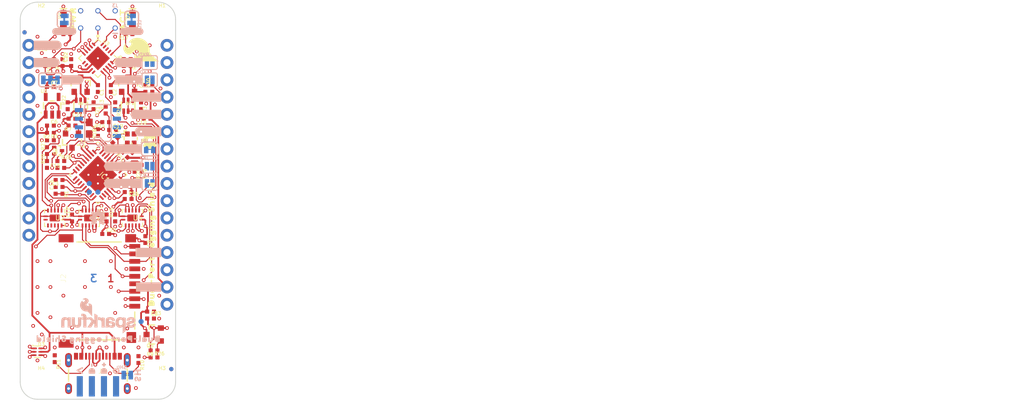
<source format=kicad_pcb>
(kicad_pcb (version 20211014) (generator pcbnew)
  (layers (0 "F.Cu" signal) (1 "In1.Cu" signal) (2 "In2.Cu" signal) (31 "B.Cu" signal) (34 "B.Paste" user) (35 "F.Paste" user) (36 "B.SilkS" user "B.Silkscreen") (37 "F.SilkS" user "F.Silkscreen") (38 "B.Mask" user) (39 "F.Mask" user) (44 "Edge.Cuts" user))
  (net 0 "")
  (net 1 "GND")
  (net 2 "SCLK")
  (net 3 "PICO")
  (net 4 "POCI")
  (net 5 "SDA")
  (net 6 "SCL")
  (net 7 "3.3V")
  (net 8 "V_USB")
  (net 9 "D-")
  (net 10 "D+")
  (net 11 "N$1")
  (net 12 "N$2")
  (net 13 "MICROSD_VCC")
  (net 14 "MICROSD_D3/~{CS}")
  (net 15 "MICROSD_CMD/SDI")
  (net 16 "MICROSD_CLK/SCK")
  (net 17 "MICROSD_D0/SDO")
  (net 18 "SPI_EN")
  (net 19 "~{RESET}")
  (net 20 "AT_POCI")
  (net 21 "V_USB_DIV_2")
  (net 22 "3V3_DIV_2")
  (net 23 "SDIO_VDD")
  (net 24 "MICROSD_PWR_EN")
  (net 25 "N$9")
  (net 26 "N$10")
  (net 27 "N$11")
  (net 28 "~{CS}")
  (net 29 "N$22")
  (net 30 "N$27")
  (net 31 "SDIO_EN")
  (net 32 "VCC")
  (net 33 "VCC_1")
  (net 34 "N$18")
  (net 35 "N$19")
  (net 36 "N$14")
  (net 37 "N$16")
  (net 38 "N$3")
  (net 39 "N$4")
  (net 40 "N$17")
  (net 41 "SDIO_~{RESET}")
  (net 42 "N$23")
  (net 43 "ACTIVITY")
  (net 44 "SD_CLK")
  (net 45 "SD_CMD")
  (net 46 "MICROSD_D2")
  (net 47 "MICROSD_D1")
  (net 48 "SD_D0")
  (net 49 "SD_D1")
  (net 50 "SD_D2")
  (net 51 "SD_D3")
  (net 52 "SD_~{CD}")
  (net 53 "XTAL2")
  (net 54 "XTAL1")
  (net 55 "GPIO2")
  (net 56 "GPIO4")
  (net 57 "GPIO7")
  (net 58 "RXD0")
  (net 59 "TXD0")
  (net 60 "N$25")
  (net 61 "N$26")
  (net 62 "N$5")
  (net 63 "N$13")
  (net 64 "N$15")
  (net 65 "N$28")
  (net 66 "GPIO10")
  (net 67 "D+_IN")
  (net 68 "D-_IN")
  (net 69 "N$6")
  (net 70 "N$7")
  (net 71 "N$8")
  (net 72 "N$12")
  (net 73 "N$20")
  (footprint "boardEagle:SOT363_PHILIPS" (layer "F.Cu") (at 152.9461 91.0336 180)
    (fp_text reference "Q7")
    (fp_text value "")
  )
  (footprint "boardEagle:0402-TIGHT" (layer "F.Cu") (at 149.7711 107.5436 90)
    (fp_text reference "C9")
    (fp_text value "0.1uF")
  )
  (footprint "boardEagle:CREATIVE_COMMONS" (layer "F.Cu") (at 201.8411 136.7536)
    (fp_text reference "FRAME1" hide)
    (fp_text value "FRAME-LEDGER" hide)
  )
  (footprint "boardEagle:0402-TIGHT" (layer "F.Cu") (at 143.9291 80.4926)
    (fp_text reference "R8")
    (fp_text value "1k")
  )
  (footprint "boardEagle:0402-TIGHT" (layer "F.Cu") (at 141.1351 82.1436 180)
    (fp_text reference "R18")
    (fp_text value "2.2k")
  )
  (footprint "boardEagle:0402-TIGHT" (layer "F.Cu") (at 155.7401 92.9386 180)
    (fp_text reference "C10")
    (fp_text value "2.2uF")
  )
  (footprint "boardEagle:0402-TIGHT" (layer "F.Cu") (at 142.1511 128.2446 -90)
    (fp_text reference "R11")
    (fp_text value "5.1k")
  )
  (footprint "boardEagle:0402-TIGHT" (layer "F.Cu") (at 156.2481 121.3231)
    (fp_text reference "C5")
    (fp_text value "0.1uF" hide)
  )
  (footprint "boardEagle:0402-TIGHT" (layer "F.Cu") (at 143.0401 99.1616)
    (fp_text reference "R28")
    (fp_text value "100")
  )
  (footprint "boardEagle:0402-TIGHT" (layer "F.Cu") (at 154.9146 100.2411 -90)
    (fp_text reference "R29")
    (fp_text value "10k")
  )
  (footprint "boardEagle:SOT23-3" (layer "F.Cu") (at 152.9461 87.9856)
    (fp_text reference "Q6")
    (fp_text value "20V/4.2A/52mΩ/1.4W" hide)
  )
  (footprint "boardEagle:LED-0603" (layer "F.Cu") (at 153.5811 78.3336 90)
    (fp_text reference "D2")
    (fp_text value "Yellow")
  )
  (footprint "boardEagle:0402-TIGHT" (layer "F.Cu") (at 141.0081 97.6376 90)
    (fp_text reference "R27")
    (fp_text value "100")
  )
  (footprint "boardEagle:0402-TIGHT" (layer "F.Cu") (at 142.2781 103.4796 90)
    (fp_text reference "C16")
    (fp_text value "0.1uF")
  )
  (footprint "boardEagle:0402-TIGHT" (layer "F.Cu") (at 155.4861 110.7186 -90)
    (fp_text reference "C8")
    (fp_text value "0.1uF")
  )
  (footprint "boardEagle:STAND-OFF" (layer "F.Cu") (at 139.6111 78.3336)
    (fp_text reference "H2")
    (fp_text value "STAND-OFF")
  )
  (footprint "boardEagle:0402-TIGHT" (layer "F.Cu") (at 153.2001 98.2726 45)
    (fp_text reference "C17")
    (fp_text value "12pF")
  )
  (footprint "boardEagle:0402-TIGHT" (layer "F.Cu") (at 148.5011 94.9706 90)
    (fp_text reference "C4")
    (fp_text value "2.2uF")
  )
  (footprint "boardEagle:0402-TIGHT" (layer "F.Cu") (at 155.4861 88.4936 90)
    (fp_text reference "C18")
    (fp_text value "2.2uF")
  )
  (footprint "boardEagle:0402-TIGHT" (layer "F.Cu") (at 149.6441 91.6686 90)
    (fp_text reference "R13")
    (fp_text value "10k")
  )
  (footprint "boardEagle:0402-TIGHT" (layer "F.Cu") (at 156.7561 127.0381 180)
    (fp_text reference "R9")
    (fp_text value "100k")
  )
  (footprint "boardEagle:USB-C-16P_4LAYER-PADS" (layer "F.Cu") (at 148.5011 127.5461)
    (fp_text reference "J1")
    (fp_text value "")
  )
  (footprint "boardEagle:0603" (layer "F.Cu") (at 147.2311 94.3356 -90)
    (fp_text reference "R16")
    (fp_text value "12k")
  )
  (footprint "boardEagle:STAND-OFF" (layer "F.Cu") (at 157.3911 78.3336)
    (fp_text reference "H1")
    (fp_text value "STAND-OFF")
  )
  (footprint "boardEagle:PWR0" (layer "F.Cu") (at 144.8181 78.2066 90)
    (fp_text reference "U$11" hide)
    (fp_text value "" hide)
  )
  (footprint "boardEagle:0402-TIGHT" (layer "F.Cu") (at 149.6441 93.4466 180)
    (fp_text reference "R14")
    (fp_text value "10k")
  )
  (footprint "boardEagle:SOT23-5" (layer "F.Cu") (at 141.7701 91.0336)
    (fp_text reference "U1")
    (fp_text value "3.3V")
  )
  (footprint "boardEagle:0402-TIGHT" (layer "F.Cu") (at 143.2941 84.6836 90)
    (fp_text reference "C13")
    (fp_text value "0.1uF" hide)
  )
  (footprint "boardEagle:SOT23-3" (layer "F.Cu") (at 145.9611 87.9856)
    (fp_text reference "Q4")
    (fp_text value "20V/4.2A/52mΩ/1.4W" hide)
  )
  (footprint "boardEagle:0402-TIGHT" (layer "F.Cu") (at 144.6911 92.9386)
    (fp_text reference "C24")
    (fp_text value "10uF")
  )
  (footprint "boardEagle:14-QFN" (layer "F.Cu") (at 142.1511 107.5436 -90)
    (fp_text reference "U2")
    (fp_text value "74HC4066_QUAD_BILATERAL_SWITCH_QFN" hide)
  )
  (footprint "boardEagle:0402-TIGHT" (layer "F.Cu") (at 143.0401 100.1776 180)
    (fp_text reference "C15")
    (fp_text value "2.2uF" hide)
  )
  (footprint "boardEagle:0402-TIGHT" (layer "F.Cu") (at 151.0411 107.5436 90)
    (fp_text reference "R15")
    (fp_text value "100k")
  )
  (footprint "boardEagle:FIDUCIAL-MICRO" (layer "F.Cu") (at 159.2961 129.7686)
    (fp_text reference "FD3" hide)
    (fp_text value "FIDUCIALUFIDUCIAL" hide)
  )
  (footprint "boardEagle:0402-TIGHT" (layer "F.Cu") (at 142.0241 84.6836 -90)
    (fp_text reference "R4")
    (fp_text value "10k")
  )
  (footprint "boardEagle:OSHW-LOGO-MINI" (layer "F.Cu") (at 156.1211 96.1136 90)
    (fp_text reference "LOGO2" hide)
    (fp_text value "OSHW-LOGOMINI" hide)
  )
  (footprint "boardEagle:0402-TIGHT" (layer "F.Cu") (at 144.6911 107.5436 90)
    (fp_text reference "C11")
    (fp_text value "0.1uF")
  )
  (footprint "boardEagle:14-QFN" (layer "F.Cu") (at 153.5811 107.5436 -90)
    (fp_text reference "U4")
    (fp_text value "74HC4066_QUAD_BILATERAL_SWITCH_QFN" hide)
  )
  (footprint "boardEagle:FIDUCIAL-MICRO" (layer "F.Cu") (at 137.7061 80.2386)
    (fp_text reference "FD1" hide)
    (fp_text value "FIDUCIALUFIDUCIAL" hide)
  )
  (footprint "boardEagle:36-QFN" (layer "F.Cu") (at 148.5011 101.1936 -45)
    (fp_text reference "IC1")
    (fp_text value "USB224X_2241_V04" hide)
  )
  (footprint "boardEagle:QFN20_20M1" (layer "F.Cu") (at 148.5011 84.0486 -45)
    (fp_text reference "U3")
    (fp_text value "ATTINY841-ARDUINO_QFN20M1" hide)
  )
  (footprint "boardEagle:0402-TIGHT" (layer "F.Cu") (at 144.6911 93.9546 180)
    (fp_text reference "R7")
    (fp_text value "100k")
  )
  (footprint "boardEagle:0402-TIGHT" (layer "F.Cu") (at 141.5161 96.1136)
    (fp_text reference "R3")
    (fp_text value "10k")
  )
  (footprint "boardEagle:SFE_LOGO_FLAME_.2" (layer "F.Cu") (at 154.8511 82.7786 90)
    (fp_text reference "LOGO4" hide)
    (fp_text value "SFE_LOGO_FLAME.2_INCH" hide)
  )
  (footprint "boardEagle:14-QFN" (layer "F.Cu") (at 147.2311 107.5436 -90)
    (fp_text reference "U5")
    (fp_text value "74HC4066_QUAD_BILATERAL_SWITCH_QFN" hide)
  )
  (footprint "boardEagle:SOT23-3" (layer "F.Cu") (at 156.7561 124.6886 90)
    (fp_text reference "Q3")
    (fp_text value "20V/4.2A/52mΩ/1.4W" hide)
  )
  (footprint "boardEagle:SOT886" (layer "F.Cu") (at 139.6111 127.2286)
    (fp_text reference "D3")
    (fp_text value "PRTR5V0U2F" hide)
  )
  (footprint "boardEagle:0402-TIGHT" (layer "F.Cu") (at 154.4701 128.3716 -90)
    (fp_text reference "R10")
    (fp_text value "5.1k")
  )
  (footprint "boardEagle:0402-TIGHT" (layer "F.Cu") (at 151.0411 96.1136 45)
    (fp_text reference "C12")
    (fp_text value "12pF")
  )
  (footprint "boardEagle:MICROSD-EXTERNALPIN" (layer "F.Cu") (at 143.4211 118.2751 -90)
    (fp_text reference "J2")
    (fp_text value "MICRO-SD-PUSH-PUSH-EXT-PIN" hide)
  )
  (footprint "boardEagle:0402-TIGHT" (layer "F.Cu") (at 141.5161 88.2396)
    (fp_text reference "C7")
    (fp_text value "2.2uF")
  )
  (footprint "boardEagle:SOT363_PHILIPS" (layer "F.Cu") (at 145.9611 91.0336 180)
    (fp_text reference "Q5")
    (fp_text value "")
  )
  (footprint "boardEagle:0402-TIGHT" (layer "F.Cu") (at 141.5161 93.9546)
    (fp_text reference "C6")
    (fp_text value "2.2uF")
  )
  (footprint "boardEagle:0402-TIGHT" (layer "F.Cu") (at 156.7561 128.0541)
    (fp_text reference "R26")
    (fp_text value "100")
  )
  (footprint "boardEagle:ORDERING_INSTRUCTIONS" (layer "F.Cu") (at 171.3611 75.7936)
    (fp_text reference "LOGO1" hide)
    (fp_text value "SPECIAL_INSTRUCTIONS-ORDERING" hide)
  )
  (footprint "boardEagle:STAND-OFF" (layer "F.Cu") (at 139.6111 131.6736)
    (fp_text reference "H4")
    (fp_text value "STAND-OFF")
  )
  (footprint "boardEagle:0402-TIGHT" (layer "F.Cu") (at 151.8031 97.5106 135)
    (fp_text reference "R12")
    (fp_text value "1M")
  )
  (footprint "boardEagle:0402-TIGHT" (layer "F.Cu") (at 156.5021 88.4936 90)
    (fp_text reference "R30")
    (fp_text value "10k")
  )
  (footprint "boardEagle:0402-TIGHT" (layer "F.Cu") (at 141.0081 99.6696 90)
    (fp_text reference "R20")
    (fp_text value "100k")
  )
  (footprint "boardEagle:CRYSTAL-SMD-2.0X1.6MM" (layer "F.Cu") (at 153.3271 95.8596 90)
    (fp_text reference "Y1")
    (fp_text value "24MHz")
  )
  (footprint "boardEagle:DUAL#PORT_LOGGING_SHIELD0" (layer "F.Cu") (at 156.3751 111.3536 90)
    (fp_text reference "U$14" hide)
    (fp_text value "" hide)
  )
  (footprint "boardEagle:0402-TIGHT" (layer "F.Cu") (at 148.5011 88.4936 -90)
    (fp_text reference "C1")
    (fp_text value "0.1uF")
  )
  (footprint "boardEagle:THING_PLUS" (layer "F.Cu") (at 137.0711 134.2136)
    (fp_text reference "J4")
    (fp_text value "THING_PLUS")
  )
  (footprint "boardEagle:0402-TIGHT" (layer "F.Cu") (at 152.9461 103.7336)
    (fp_text reference "C14")
    (fp_text value "0.1uF" hide)
  )
  (footprint "boardEagle:0402-TIGHT" (layer "F.Cu") (at 150.4061 88.4936 -90)
    (fp_text reference "C2")
    (fp_text value "0.1uF")
  )
  (footprint "boardEagle:0402-TIGHT" (layer "F.Cu") (at 153.0731 80.4926 180)
    (fp_text reference "R17")
    (fp_text value "1k")
  )
  (footprint "boardEagle:0402-TIGHT" (layer "F.Cu") (at 153.3271 84.6836 -90)
    (fp_text reference "R5")
    (fp_text value "100k")
  )
  (footprint "boardEagle:STAND-OFF" (layer "F.Cu") (at 157.3911 131.6736)
    (fp_text reference "H3")
    (fp_text value "STAND-OFF")
  )
  (footprint "boardEagle:0402-TIGHT" (layer "F.Cu") (at 144.0561 91.0336 90)
    (fp_text reference "R22")
    (fp_text value "1M")
  )
  (footprint "boardEagle:0402-TIGHT" (layer "F.Cu") (at 152.3111 84.6836 90)
    (fp_text reference "R6")
    (fp_text value "100k")
  )
  (footprint "boardEagle:0402-TIGHT" (layer "F.Cu") (at 151.0411 91.0336 -90)
    (fp_text reference "R24")
    (fp_text value "1M")
  )
  (footprint "boardEagle:SOT-416FL" (layer "F.Cu") (at 143.1671 97.6376 -90)
    (fp_text reference "Q2")
    (fp_text value "20V/0.2A/8MHz/1.2Ω/1Vth" hide)
  )
  (footprint "boardEagle:LED-0603" (layer "F.Cu") (at 143.4211 78.3336 90)
    (fp_text reference "D1")
    (fp_text value "RED")
  )
  (footprint "boardEagle:0402-TIGHT" (layer "F.Cu") (at 156.2481 122.3391)
    (fp_text reference "C23")
    (fp_text value "10uF")
  )
  (footprint "boardEagle:0402-TIGHT" (layer "F.Cu") (at 154.8511 91.0336 -90)
    (fp_text reference "R23")
    (fp_text value "100k")
  )
  (footprint "boardEagle:0402-TIGHT" (layer "F.Cu") (at 153.8986 100.2411 -90)
    (fp_text reference "R25")
    (fp_text value "10k")
  )
  (footprint "boardEagle:0402-TIGHT" (layer "F.Cu") (at 142.7861 101.9556 180)
    (fp_text reference "C3")
    (fp_text value "2.2uF")
  )
  (footprint "boardEagle:0402-TIGHT" (layer "F.Cu") (at 140.7541 84.6836 -90)
    (fp_text reference "R19")
    (fp_text value "2.2k")
  )
  (footprint "boardEagle:0402-TIGHT" (layer "F.Cu") (at 150.6601 94.5896)
    (fp_text reference "C19")
    (fp_text value "0.1uF")
  )
  (footprint "boardEagle:0402-TIGHT" (layer "F.Cu") (at 143.2941 103.4796 -90)
    (fp_text reference "R1")
    (fp_text value "100k")
  )
  (footprint "boardEagle:0402-TIGHT" (layer "F.Cu") (at 144.5641 84.6836 90)
    (fp_text reference "C22")
    (fp_text value "10uF")
  )
  (footprint "boardEagle:ACT0" (layer "F.Cu") (at 152.1841 78.3336 90)
    (fp_text reference "U$12" hide)
    (fp_text value "" hide)
  )
  (footprint "boardEagle:0402-TIGHT" (layer "F.Cu") (at 147.8661 91.0336 -90)
    (fp_text reference "R21")
    (fp_text value "100k")
  )
  (footprint "boardEagle:0402-TIGHT" (layer "F.Cu") (at 149.6441 109.8931)
    (fp_text reference "C20")
    (fp_text value "10uF")
  )
  (footprint "boardEagle:0402-TIGHT" (layer "F.Cu") (at 141.5161 95.0341 180)
    (fp_text reference "R2")
    (fp_text value "10k")
  )
  (footprint "boardEagle:0402-TIGHT" (layer "F.Cu") (at 152.9461 104.7496)
    (fp_text reference "C21")
    (fp_text value "10uF")
  )
  (footprint "boardEagle:SOT23-3" (layer "F.Cu") (at 144.6911 96.1136 180)
    (fp_text reference "Q1")
    (fp_text value "20V/4.2A/52mΩ/1.4W" hide)
  )
  (footprint "boardEagle:#SDA#0" (layer "B.Cu") (at 138.7221 82.1436 180)
    (fp_text reference "U$1" hide)
    (fp_text value "" hide)
  )
  (footprint "boardEagle:G0" (layer "B.Cu") (at 151.1681 130.0226 90)
    (fp_text reference "U$21" hide)
    (fp_text value "" hide)
  )
  (footprint "boardEagle:#A4__#CS##6" (layer "B.Cu") (at 155.3591 99.9236 180)
    (fp_text reference "U$18" hide)
    (fp_text value "" hide)
  )
  (footprint "boardEagle:SO08" (layer "B.Cu") (at 148.5011 93.5736 90)
    (fp_text reference "U6")
    (fp_text value "24C04")
  )
  (footprint "boardEagle:#ACT#0" (layer "B.Cu") (at 153.4541 80.1116 180)
    (fp_text reference "U$16" hide)
    (fp_text value "" hide)
  )
  (footprint "boardEagle:#GND#0" (layer "B.Cu") (at 158.1531 112.6236 180)
    (fp_text reference "U$7" hide)
    (fp_text value "" hide)
  )
  (footprint "boardEagle:2X3_TEST_POINTS" (layer "B.Cu") (at 148.5011 78.3336 180)
    (fp_text reference "J3")
    (fp_text value "AVR_SPI_PROG_3X2TESTPOINTS" hide)
  )
  (footprint "boardEagle:#A5__#CS##0" (layer "B.Cu") (at 155.2321 97.3836 180)
    (fp_text reference "U$17" hide)
    (fp_text value "" hide)
  )
  (footprint "boardEagle:PAD.03X.03" (layer "B.Cu") (at 148.5011 103.7336 180)
    (fp_text reference "GPIO10" hide)
    (fp_text value "TEST-POINT3" hide)
  )
  (footprint "boardEagle:SMT-JUMPER_2_NC_TRACE_SILK" (layer "B.Cu") (at 153.4541 78.3336 90)
    (fp_text reference "LED2")
    (fp_text value "JUMPER-SMT_2_NC_TRACE_SILK" hide)
  )
  (footprint "boardEagle:USB-SOLDER-PADS" (layer "B.Cu") (at 148.5011 132.3086 -90)
    (fp_text reference "JP4" hide)
    (fp_text value "USB_SOLDER_PADS" hide)
  )
  (footprint "boardEagle:SFE_LOGO_NAME_FLAME_.1" (layer "B.Cu") (at 148.5011 123.0376 180)
    (fp_text reference "LOGO5" hide)
    (fp_text value "SFE_LOGO_NAME_FLAME.1_INCH" hide)
  )
  (footprint "boardEagle:SMT-JUMPER_2_NC_TRACE_SILK" (layer "B.Cu") (at 156.1211 97.3836 180)
    (fp_text reference "JP1")
    (fp_text value "JUMPER-SMT_2_NC_TRACE_SILK" hide)
  )
  (footprint "boardEagle:SH0" (layer "B.Cu") (at 154.3431 130.6576 90)
    (fp_text reference "U$20" hide)
    (fp_text value "" hide)
  )
  (footprint "boardEagle:FIDUCIAL-MICRO" (layer "B.Cu") (at 137.7061 80.2386 180)
    (fp_text reference "FD4" hide)
    (fp_text value "FIDUCIALUFIDUCIAL" hide)
  )
  (footprint "boardEagle:SMT-JUMPER_2_NC_TRACE_NO-SILK" (layer "B.Cu") (at 152.8191 130.6576 180)
    (fp_text reference "SH0")
    (fp_text value "JUMPER-SMT_2_NC_TRACE_NO-SILK" hide)
  )
  (footprint "boardEagle:OSHW-LOGO-MINI" (layer "B.Cu") (at 148.5011 107.5436 180)
    (fp_text reference "LOGO3" hide)
    (fp_text value "OSHW-LOGOMINI" hide)
  )
  (footprint "boardEagle:FIDUCIAL-MICRO" (layer "B.Cu") (at 159.2961 129.7686 180)
    (fp_text reference "FD2" hide)
    (fp_text value "FIDUCIALUFIDUCIAL" hide)
  )
  (footprint "boardEagle:SMT-JUMPER_3_2-NC_TRACE_SILK" (layer "B.Cu") (at 141.5161 87.2236)
    (fp_text reference "I2C0")
    (fp_text value "JUMPER-SMT_3_2-NC_TRACE_SILK" hide)
  )
  (footprint "boardEagle:#A3__#CS##6" (layer "B.Cu") (at 155.3591 102.4636 180)
    (fp_text reference "U$19" hide)
    (fp_text value "" hide)
  )
  (footprint "boardEagle:SMT-JUMPER_2_NC_TRACE_SILK" (layer "B.Cu") (at 143.5481 78.3336 90)
    (fp_text reference "LED1")
    (fp_text value "JUMPER-SMT_2_NC_TRACE_SILK" hide)
  )
  (footprint "boardEagle:#PICO#1" (layer "B.Cu") (at 158.1531 92.3036 180)
    (fp_text reference "U$4" hide)
    (fp_text value "" hide)
  )
  (footprint "boardEagle:D#1" (layer "B.Cu") (at 149.3901 129.5781 90)
    (fp_text reference "U$25" hide)
    (fp_text value "" hide)
  )
  (footprint "boardEagle:V0" (layer "B.Cu") (at 145.8341 129.8956 90)
    (fp_text reference "U$22" hide)
    (fp_text value "" hide)
  )
  (footprint "boardEagle:DUAL#PORT_LOGGING_SHIELD0" (layer "B.Cu") (at 148.5011 125.3236 180)
    (fp_text reference "U$6" hide)
    (fp_text value "" hide)
  )
  (footprint "boardEagle:PAD.03X.03" (layer "B.Cu") (at 154.8511 122.7836 180)
    (fp_text reference "MICROSD_VCC0" hide)
    (fp_text value "TEST-POINT3" hide)
  )
  (footprint "boardEagle:#RXD#0" (layer "B.Cu") (at 155.3591 84.6836 180)
    (fp_text reference "U$9" hide)
    (fp_text value "" hide)
  )
  (footprint "boardEagle:#POCI#0" (layer "B.Cu") (at 158.1531 89.7636 180)
    (fp_text reference "U$3" hide)
    (fp_text value "" hide)
  )
  (footprint "boardEagle:PAD.03X.03" (layer "B.Cu") (at 147.2311 102.4636 180)
    (fp_text reference "SDIO_VDD0" hide)
    (fp_text value "TEST-POINT3" hide)
  )
  (footprint "boardEagle:SMT-JUMPER_2_NO_SILK" (layer "B.Cu") (at 156.1211 87.2236 180)
    (fp_text reference "TXD0")
    (fp_text value "JUMPER-SMT_2_NO_SILK" hide)
  )
  (footprint "boardEagle:#3V3#1" (layer "B.Cu") (at 158.1531 117.7036 180)
    (fp_text reference "U$8" hide)
    (fp_text value "" hide)
  )
  (footprint "boardEagle:SMT-JUMPER_2_NO_SILK" (layer "B.Cu") (at 156.1211 84.6836 180)
    (fp_text reference "RXD0")
    (fp_text value "JUMPER-SMT_2_NO_SILK" hide)
  )
  (footprint "boardEagle:D#0" (layer "B.Cu") (at 147.6121 129.6416 90)
    (fp_text reference "U$23" hide)
    (fp_text value "" hide)
  )
  (footprint "boardEagle:#TXD#1" (layer "B.Cu") (at 155.3591 87.2236 180)
    (fp_text reference "U$10" hide)
    (fp_text value "" hide)
  )
  (footprint "boardEagle:#SCK#2" (layer "B.Cu") (at 158.1531 94.8436 180)
    (fp_text reference "U$5" hide)
    (fp_text value "" hide)
  )
  (footprint "boardEagle:#SCL#1" (layer "B.Cu") (at 138.7221 84.6836 180)
    (fp_text reference "U$2" hide)
    (fp_text value "" hide)
  )
  (footprint "boardEagle:PAD.03X.03" (layer "B.Cu") (at 147.2311 103.7336 180)
    (fp_text reference "SDIO_!RESET!0" hide)
    (fp_text value "TEST-POINT3" hide)
  )
  (footprint "boardEagle:#I�C#0" (layer "B.Cu") (at 144.5641 87.2236 180)
    (fp_text reference "U$13" hide)
    (fp_text value "" hide)
  )
  (footprint "boardEagle:SMT-JUMPER_2_NO_SILK" (layer "B.Cu") (at 156.1211 102.4636 180)
    (fp_text reference "JP3")
    (fp_text value "JUMPER-SMT_2_NO_SILK" hide)
  )
  (footprint "boardEagle:SMT-JUMPER_2_NO_SILK" (layer "B.Cu") (at 156.1211 99.9236 180)
    (fp_text reference "JP2")
    (fp_text value "JUMPER-SMT_2_NO_SILK" hide)
  )
  (footprint "boardEagle:#PWR#0" (layer "B.Cu") (at 143.5481 80.1116 180)
    (fp_text reference "U$15" hide)
    (fp_text value "" hide)
  )
  (gr_arc (start 157.3911 75.7936) (mid 159.187151 76.537549) (end 159.9311 78.3336) (layer "Edge.Cuts") (width 0.127))
  (gr_line (start 137.0711 78.3336) (end 137.0711 131.6736) (layer "Edge.Cuts") (width 0.127))
  (gr_arc (start 137.0711 78.3336) (mid 137.815049 76.537549) (end 139.6111 75.7936) (layer "Edge.Cuts") (width 0.127))
  (gr_line (start 139.6111 134.2136) (end 157.3911 134.2136) (layer "Edge.Cuts") (width 0.127))
  (gr_arc (start 159.9311 131.6736) (mid 159.187151 133.469651) (end 157.3911 134.2136) (layer "Edge.Cuts") (width 0.127))
  (gr_line (start 159.9311 131.6736) (end 159.9311 78.3336) (layer "Edge.Cuts") (width 0.127))
  (gr_line (start 157.3911 75.7936) (end 139.6111 75.7936) (layer "Edge.Cuts") (width 0.127))
  (gr_arc (start 139.6111 134.2136) (mid 137.815049 133.469651) (end 137.0711 131.6736) (layer "Edge.Cuts") (width 0.127))
  (gr_text "1" (at 150.4061 116.4336) (layer "F.Cu") (effects (font (size 1.0795 1.0795) (thickness 0.1905))))
  (gr_text "3" (at 147.8661 116.4336) (layer "B.Cu") (effects (font (size 1.0795 1.0795) (thickness 0.1905)) (justify mirror)))
  (segment (start 147.2311 93.4856) (end 147.2311 93.6126) (width 0.254) (layer "F.Cu") (net 1))
  (segment (start 147.157596 85.392104) (end 146.8501 85.6996) (width 0.254) (layer "F.Cu") (net 1))
  (segment (start 139.1811 127.2286) (end 138.4681 127.2286) (width 0.254) (layer "F.Cu") (net 1))
  (segment (start 151.6761 106.4006) (end 151.6126 106.4641) (width 0.2032) (layer "F.Cu") (net 1))
  (segment (start 142.6511 108.6436) (end 142.6511 109.1391) (width 0.1524) (layer "F.Cu") (net 1))
  (segment (start 145.8811 107.2936) (end 146.9811 107.2936) (width 0.1524) (layer "F.Cu") (net 1))
  (segment (start 140.0556 106.8451) (end 140.0556 107.2896) (width 0.1524) (layer "F.Cu") (net 1))
  (segment (start 153.1366 100.8126) (end 152.6286 100.3046) (width 0.1524) (layer "F.Cu") (net 1))
  (segment (start 148.5011 101.1936) (end 148.5011 99.7966) (width 0.1524) (layer "F.Cu") (net 1))
  (segment (start 141.9011 107.2936) (end 142.1511 107.5436) (width 0.1524) (layer "F.Cu") (net 1))
  (segment (start 140.0556 107.2896) (end 140.0556 109.1946) (width 0.1524) (layer "F.Cu") (net 1))
  (segment (start 149.2551 94.4706) (end 149.2631 94.4626) (width 0.254) (layer "F.Cu") (net 1))
  (segment (start 155.4861 111.2186) (end 155.2401 110.9726) (width 0.254) (layer "F.Cu") (net 1))
  (segment (start 148.5011 94.4706) (end 149.2551 94.4706) (width 0.254) (layer "F.Cu") (net 1))
  (segment (start 152.6286 100.3046) (end 152.218528 100.3046) (width 0.1524) (layer "F.Cu") (net 1))
  (segment (start 155.2401 110.9726) (end 154.7241 110.9726) (width 0.254) (layer "F.Cu") (net 1))
  (segment (start 144.9411 107.2936) (end 144.6911 107.0436) (width 0.1524) (layer "F.Cu") (net 1))
  (segment (start 145.5801 92.9386) (end 146.1271 93.4856) (width 0.254) (layer "F.Cu") (net 1))
  (segment (start 155.1051 98.6536) (end 155.069043 98.689657) (width 0.3048) (layer "F.Cu") (net 1))
  (segment (start 140.0596 107.2936) (end 140.0556 107.2896) (width 0.1524) (layer "F.Cu") (net 1))
  (segment (start 153.4461 104.7496) (end 153.4461 103.7336) (width 0.254) (layer "F.Cu") (net 1))
  (segment (start 152.2311 107.2936) (end 153.3311 107.2936) (width 0.1524) (layer "F.Cu") (net 1))
  (segment (start 154.7241 110.9726) (end 154.5971 110.8456) (width 0.254) (layer "F.Cu") (net 1))
  (segment (start 146.1271 93.4856) (end 147.2311 93.4856) (width 0.254) (layer "F.Cu") (net 1))
  (segment (start 153.4461 103.2811) (end 153.1366 102.9716) (width 0.254) (layer "F.Cu") (net 1))
  (segment (start 142.2781 109.5121) (end 141.4526 109.5121) (width 0.1524) (layer "F.Cu") (net 1))
  (segment (start 151.859856 100.663272) (end 152.218528 100.3046) (width 0.1524) (layer "F.Cu") (net 1))
  (segment (start 142.0671 98.5186) (end 141.7701 98.8156) (width 0.1524) (layer "F.Cu") (net 1))
  (segment (start 140.0556 109.1946) (end 140.3731 109.5121) (width 0.1524) (layer "F.Cu") (net 1))
  (segment (start 153.3311 107.2936) (end 153.5811 107.5436) (width 0.1524) (layer "F.Cu") (net 1))
  (segment (start 152.846543 98.626157) (end 152.910043 98.689657) (width 0.3048) (layer "F.Cu") (net 1))
  (segment (start 146.8501 85.6996) (end 146.2151 85.6996) (width 0.254) (layer "F.Cu") (net 1))
  (segment (start 140.8011 107.2936) (end 141.9011 107.2936) (width 0.1524) (layer "F.Cu") (net 1))
  (segment (start 145.8811 107.2936) (end 144.9411 107.2936) (width 0.1524) (layer "F.Cu") (net 1))
  (segment (start 145.1911 92.9386) (end 145.5801 92.9386) (width 0.254) (layer "F.Cu") (net 1))
  (segment (start 153.4461 103.7336) (end 153.4461 103.2811) (width 0.254) (layer "F.Cu") (net 1))
  (segment (start 151.6126 107.2936) (end 152.2311 107.2936) (width 0.2032) (layer "F.Cu") (net 1))
  (segment (start 148.5011 101.1936) (end 147.1041 101.1936) (width 0.1524) (layer "F.Cu") (net 1))
  (segment (start 150.8506 109.8931) (end 151.0411 110.0836) (width 0.254) (layer "F.Cu") (net 1))
  (segment (start 141.7701 98.8156) (end 141.7701 100.1776) (width 0.1524) (layer "F.Cu") (net 1))
  (segment (start 151.6126 106.4641) (end 151.6126 107.2936) (width 0.2032) (layer "F.Cu") (net 1))
  (segment (start 148.0891 94.4706) (end 147.2311 93.6126) (width 0.254) (layer "F.Cu") (net 1))
  (segment (start 142.6511 109.1391) (end 142.2781 109.5121) (width 0.1524) (layer "F.Cu") (net 1))
  (segment (start 155.069043 98.689657) (end 152.910043 98.689657) (width 0.3048) (layer "F.Cu") (net 1))
  (segment (start 153.3211 110.5251) (end 154.2766 110.5251) (width 0.254) (layer "F.Cu") (net 1))
  (segment (start 146.9811 107.2936) (end 147.2311 107.5436) (width 0.1524) (layer "F.Cu") (net 1))
  (segment (start 147.2311 93.4856) (end 147.2311 92.4306) (width 0.254) (layer "F.Cu") (net 1))
  (segment (start 140.8011 107.2936) (end 140.0596 107.2936) (width 0.1524) (layer "F.Cu") (net 1))
  (segment (start 148.0891 94.4706) (end 148.5011 94.4706) (width 0.254) (layer "F.Cu") (net 1))
  (segment (start 150.1441 109.8931) (end 150.8506 109.8931) (width 0.254) (layer "F.Cu") (net 1))
  (segment (start 141.1511 106.4436) (end 140.4571 106.4436) (width 0.1524) (layer "F.Cu") (net 1))
  (segment (start 147.157596 85.392104) (end 148.5011 84.0486) (width 0.254) (layer "F.Cu") (net 1))
  (segment (start 140.4571 106.4436) (end 140.0556 106.8451) (width 0.1524) (layer "F.Cu") (net 1))
  (segment (start 154.2766 110.5251) (end 154.5971 110.8456) (width 0.254) (layer "F.Cu") (net 1))
  (segment (start 142.0671 98.1376) (end 142.0671 98.5186) (width 0.1524) (layer "F.Cu") (net 1))
  (segment (start 140.3731 109.5121) (end 141.4526 109.5121) (width 0.1524) (layer "F.Cu") (net 1))
  (segment (start 146.2151 85.6996) (end 145.8341 85.3186) (width 0.254) (layer "F.Cu") (net 1))
  (via blind (at 138.9761 123.4186) (size 0.554) (drill 0.3) (layers "F.Cu" "In1.Cu") (net 1))
  (via blind (at 147.2311 92.4306) (size 0.554) (drill 0.3) (layers "F.Cu" "In1.Cu") (net 1))
  (via blind (at 155.2321 115.0366) (size 0.554) (drill 0.3) (layers "F.Cu" "In1.Cu") (net 1))
  (via blind (at 150.4061 89.7636) (size 0.554) (drill 0.3) (layers "F.Cu" "In1.Cu") (net 1))
  (via blind (at 152.3111 126.5936) (size 0.554) (drill 0.3) (layers "F.Cu" "In1.Cu") (net 1))
  (via blind (at 141.7701 100.1776) (size 0.554) (drill 0.3) (layers "F.Cu" "In1.Cu") (net 1))
  (via blind (at 157.7086 88.4936) (size 0.554) (drill 0.3) (layers "F.Cu" "In1.Cu") (net 1))
  (via blind (at 140.2461 124.6886) (size 0.554) (drill 0.3) (layers "F.Cu" "In1.Cu") (net 1))
  (via blind (at 151.0411 108.8136) (size 0.554) (drill 0.3) (layers "F.Cu" "In1.Cu") (net 1))
  (via blind (at 143.0401 88.4936) (size 0.554) (drill 0.3) (layers "F.Cu" "In1.Cu") (net 1))
  (via blind (at 156.8831 90.8431) (size 0.554) (drill 0.3) (layers "F.Cu" "In1.Cu") (net 1))
  (via blind (at 139.6111 80.8736) (size 0.554) (drill 0.3) (layers "F.Cu" "In1.Cu") (net 1))
  (via blind (at 154.2161 83.0326) (size 0.554) (drill 0.3) (layers "F.Cu" "In1.Cu") (net 1))
  (via blind (at 148.5011 102.4636) (size 0.554) (drill 0.3) (layers "F.Cu" "In1.Cu") (net 1))
  (via blind (at 140.2461 83.2866) (size 0.554) (drill 0.3) (layers "F.Cu" "In1.Cu") (net 1))
  (via blind (at 141.5161 117.7036) (size 0.554) (drill 0.3) (layers "F.Cu" "In1.Cu") (net 1))
  (via blind (at 146.5961 113.8936) (size 0.554) (drill 0.3) (layers "F.Cu" "In1.Cu") (net 1))
  (via blind (at 155.6131 90.7161) (size 0.554) (drill 0.3) (layers "F.Cu" "In1.Cu") (net 1))
  (via blind (at 152.2476 99.0981) (size 0.554) (drill 0.3) (layers "F.Cu" "In1.Cu") (net 1))
  (via blind (at 139.6111 121.5136) (size 0.554) (drill 0.3) (layers "F.Cu" "In1.Cu") (net 1))
  (via blind (at 156.1211 82.1436) (size 0.554) (drill 0.3) (layers "F.Cu" "In1.Cu") (net 1))
  (via blind (at 143.4211 118.9736) (size 0.554) (drill 0.3) (layers "F.Cu" "In1.Cu") (net 1))
  (via blind (at 140.2461 94.4626) (size 0.554) (drill 0.3) (layers "F.Cu" "In1.Cu") (net 1))
  (via blind (at 144.6911 95.4786) (size 0.554) (drill 0.3) (layers "F.Cu" "In1.Cu") (net 1))
  (via blind (at 154.0891 132.5626) (size 0.554) (drill 0.3) (layers "F.Cu" "In1.Cu") (net 1))
  (via blind (at 154.8511 94.8436) (size 0.554) (drill 0.3) (layers "F.Cu" "In1.Cu") (net 1))
  (via blind (at 142.7861 93.9546) (size 0.554) (drill 0.3) (layers "F.Cu" "In1.Cu") (net 1))
  (via blind (at 148.2471 89.7636) (size 0.554) (drill 0.3) (layers "F.Cu" "In1.Cu") (net 1))
  (via blind (at 149.7711 101.1936) (size 0.554) (drill 0.3) (layers "F.Cu" "In1.Cu") (net 1))
  (via blind (at 157.5181 122.3391) (size 0.554) (drill 0.3) (layers "F.Cu" "In1.Cu") (net 1))
  (via blind (at 145.8341 85.3186) (size 0.554) (drill 0.3) (layers "F.Cu" "In1.Cu") (net 1))
  (via blind (at 141.7701 91.2876) (size 0.554) (drill 0.3) (layers "F.Cu" "In1.Cu") (net 1))
  (via blind (at 141.4526 109.5121) (size 0.554) (drill 0.3) (layers "F.Cu" "In1.Cu") (net 1))
  (via blind (at 139.6111 117.7036) (size 0.554) (drill 0.3) (layers "F.Cu" "In1.Cu") (net 1))
  (via blind (at 151.0411 110.0836) (size 0.554) (drill 0.3) (layers "F.Cu" "In1.Cu") (net 1))
  (via blind (at 146.5961 117.7036) (size 0.554) (drill 0.3) (layers "F.Cu" "In1.Cu") (net 1))
  (via blind (at 141.5161 122.1486) (size 0.554) (drill 0.3) (layers "F.Cu" "In1.Cu") (net 1))
  (via blind (at 143.2941 83.4136) (size 0.554) (drill 0.3) (layers "F.Cu" "In1.Cu") (net 1))
  (via blind (at 154.4701 126.5936) (size 0.554) (drill 0.3) (layers "F.Cu" "In1.Cu") (net 1))
  (via blind (at 144.5641 83.4136) (size 0.554) (drill 0.3) (layers "F.Cu" "In1.Cu") (net 1))
  (via blind (at 139.6111 91.0336) (size 0.554) (drill 0.3) (layers "F.Cu" "In1.Cu") (net 1))
  (via blind (at 145.4531 126.5936) (size 0.554) (drill 0.3) (layers "F.Cu" "In1.Cu") (net 1))
  (via blind (at 144.6911 123.6726) (size 0.554) (drill 0.3) (layers "F.Cu" "In1.Cu") (net 1))
  (via blind (at 141.5161 113.8936) (size 0.554) (drill 0.3) (layers "F.Cu" "In1.Cu") (net 1))
  (via blind (at 152.8191 123.7996) (size 0.554) (drill 0.3) (layers "F.Cu" "In1.Cu") (net 1))
  (via blind (at 153.1366 100.8126) (size 0.554) (drill 0.3) (layers "F.Cu" "In1.Cu") (net 1))
  (via blind (at 143.8021 111.6076) (size 0.554) (drill 0.3) (layers "F.Cu" "In1.Cu") (net 1))
  (via blind (at 147.2311 126.5936) (size 0.554) (drill 0.3) (layers "F.Cu" "In1.Cu") (net 1))
  (via blind (at 152.6921 115.0366) (size 0.554) (drill 0.3) (layers "F.Cu" "In1.Cu") (net 1))
  (via blind (at 139.6111 113.8936) (size 0.554) (drill 0.3) (layers "F.Cu" "In1.Cu") (net 1))
  (via blind (at 139.6111 128.4986) (size 0.554) (drill 0.3) (layers "F.Cu" "In1.Cu") (net 1))
  (via blind (at 142.1511 126.5936) (size 0.554) (drill 0.3) (layers "F.Cu" "In1.Cu") (net 1))
  (via blind (at 148.5011 84.0486) (size 0.554) (drill 0.3) (layers "F.Cu" "In1.Cu") (net 1))
  (via blind (at 149.2631 94.4626) (size 0.554) (drill 0.3) (layers "F.Cu" "In1.Cu") (net 1))
  (via blind (at 151.0411 121.5136) (size 0.554) (drill 0.3) (layers "F.Cu" "In1.Cu") (net 1))
  (via blind (at 143.4846 92.3036) (size 0.554) (drill 0.3) (layers "F.Cu" "In1.Cu") (net 1))
  (via blind (at 151.0411 80.8736) (size 0.554) (drill 0.3) (layers "F.Cu" "In1.Cu") (net 1))
  (via blind (at 147.1041 101.1936) (size 0.554) (drill 0.3) (layers "F.Cu" "In1.Cu") (net 1))
  (via blind (at 152.5651 94.2086) (size 0.554) (drill 0.3) (layers "F.Cu" "In1.Cu") (net 1))
  (via blind (at 150.2791 130.4036) (size 0.554) (drill 0.3) (layers "F.Cu" "In1.Cu") (net 1))
  (via blind (at 155.1051 98.6536) (size 0.554) (drill 0.3) (layers "F.Cu" "In1.Cu") (net 1))
  (via blind (at 157.5181 118.9736) (size 0.554) (drill 0.3) (layers "F.Cu" "In1.Cu") (net 1))
  (via blind (at 150.4061 113.8936) (size 0.554) (drill 0.3) (layers "F.Cu" "In1.Cu") (net 1))
  (via blind (at 138.4681 127.2286) (size 0.554) (drill 0.3) (layers "F.Cu" "In1.Cu") (net 1))
  (via blind (at 149.7076 106.2736) (size 0.554) (drill 0.3) (layers "F.Cu" "In1.Cu") (net 1))
  (via blind (at 156.1211 85.9536) (size 0.554) (drill 0.3) (layers "F.Cu" "In1.Cu") (net 1))
  (via blind (at 140.2461 96.1136) (size 0.554) (drill 0.3) (layers "F.Cu" "In1.Cu") (net 1))
  (via blind (at 154.4066 93.1291) (size 0.554) (drill 0.3) (layers "F.Cu" "In1.Cu") (net 1))
  (via blind (at 144.6911 106.2736) (size 0.554) (drill 0.3) (layers "F.Cu" "In1.Cu") (net 1))
  (via blind (at 148.5011 99.7966) (size 0.554) (drill 0.3) (layers "F.Cu" "In1.Cu") (net 1))
  (via blind (at 141.5161 102.4636) (size 0.554) (drill 0.3) (layers "F.Cu" "In1.Cu") (net 1))
  (via blind (at 150.4061 117.7036) (size 0.554) (drill 0.3) (layers "F.Cu" "In1.Cu") (net 1))
  (via blind (at 153.1366 102.9716) (size 0.554) (drill 0.3) (layers "F.Cu" "In1.Cu") (net 1))
  (via blind (at 151.6761 106.4006) (size 0.554) (drill 0.3) (layers "F.Cu" "In1.Cu") (net 1))
  (via blind (at 149.7711 126.5936) (size 0.554) (drill 0.3) (layers "F.Cu" "In1.Cu") (net 1))
  (via blind (at 139.6111 85.9536) (size 0.554) (drill 0.3) (layers "F.Cu" "In1.Cu") (net 1))
  (via blind (at 154.5971 110.8456) (size 0.554) (drill 0.3) (layers "F.Cu" "In1.Cu") (net 1))
  (via blind (at 148.5011 101.1936) (size 0.554) (drill 0.3) (layers "F.Cu" "In1.Cu") (net 1))
  (via blind (at 152.3111 85.9536) (size 0.554) (drill 0.3) (layers "F.Cu" "In1.Cu") (net 1))
  (segment (start 153.5811 109.4026) (end 153.5811 108.6436) (width 0.1524) (layer "F.Cu") (net 2))
  (segment (start 153.6271 109.4486) (end 153.5811 109.4026) (width 0.1524) (layer "F.Cu") (net 2))
  (via blind (at 153.6271 109.4486) (size 0.554) (drill 0.3) (layers "F.Cu" "In1.Cu") (net 2))
  (segment (start 151.9136 107.7936) (end 152.2311 107.7936) (width 0.1524) (layer "F.Cu") (net 3))
  (segment (start 151.9136 107.7936) (end 151.8031 107.9041) (width 0.1524) (layer "F.Cu") (net 3))
  (segment (start 151.8031 108.6866) (end 151.8031 107.9041) (width 0.1524) (layer "F.Cu") (net 3))
  (via blind (at 151.8031 108.6866) (size 0.554) (drill 0.3) (layers "F.Cu" "In1.Cu") (net 3))
  (segment (start 154.9311 107.2936) (end 154.9311 106.9961) (width 0.1524) (layer "F.Cu") (net 4))
  (segment (start 156.5021 87.9936) (end 158.2721 89.7636) (width 0.1524) (layer "F.Cu") (net 4))
  (segment (start 158.2721 89.7636) (end 158.6611 89.7636) (width 0.1524) (layer "F.Cu") (net 4))
  (segment (start 154.9311 106.9961) (end 155.4861 106.4411) (width 0.1524) (layer "F.Cu") (net 4))
  (via blind (at 155.4861 106.4411) (size 0.554) (drill 0.3) (layers "F.Cu" "In1.Cu") (net 4))
  (segment (start 148.5011 77.0636) (end 149.7711 78.3336) (width 0.1524) (layer "F.Cu") (net 5))
  (segment (start 151.0411 78.3336) (end 151.8031 79.0956) (width 0.1524) (layer "F.Cu") (net 5))
  (segment (start 141.9051 80.8736) (end 142.1511 80.8736) (width 0.1524) (layer "F.Cu") (net 5))
  (segment (start 140.6351 82.1436) (end 141.9051 80.8736) (width 0.1524) (layer "F.Cu") (net 5))
  (segment (start 140.6351 82.1436) (end 138.3411 82.1436) (width 0.1524) (layer "F.Cu") (net 5))
  (segment (start 151.8031 82.160816) (end 150.551709 83.412207) (width 0.1524) (layer "F.Cu") (net 5))
  (segment (start 151.8031 79.0956) (end 151.8031 82.160816) (width 0.1524) (layer "F.Cu") (net 5))
  (segment (start 149.7711 78.3336) (end 151.0411 78.3336) (width 0.1524) (layer "F.Cu") (net 5))
  (via blind (at 142.1511 80.8736) (size 0.554) (drill 0.3) (layers "F.Cu" "In1.Cu") (net 5))
  (segment (start 140.1191 84.1836) (end 140.7541 84.1836) (width 0.1524) (layer "F.Cu") (net 6))
  (segment (start 147.864703 81.997991) (end 148.5011 81.361594) (width 0.1524) (layer "F.Cu") (net 6))
  (segment (start 138.3411 84.6836) (end 139.6191 84.6836) (width 0.1524) (layer "F.Cu") (net 6))
  (segment (start 140.1191 84.1836) (end 139.6191 84.6836) (width 0.1524) (layer "F.Cu") (net 6))
  (segment (start 148.5011 81.361594) (end 148.5011 79.6036) (width 0.1524) (layer "F.Cu") (net 6))
  (segment (start 157.3911 94.0896) (end 156.2401 92.9386) (width 0.254) (layer "F.Cu") (net 7))
  (segment (start 156.2481 92.9306) (end 156.2481 90.3986) (width 0.254) (layer "F.Cu") (net 7))
  (segment (start 153.5961 90.2336) (end 153.5961 89.9796) (width 0.254) (layer "F.Cu") (net 7))
  (segment (start 151.5141 86.8856) (end 152.9461 86.8856) (width 0.254) (layer "F.Cu") (net 7))
  (segment (start 156.2481 90.3986) (end 155.96235 90.11285) (width 0.254) (layer "F.Cu") (net 7))
  (segment (start 156.2401 92.9386) (end 156.2481 92.9306) (width 0.254) (layer "F.Cu") (net 7))
  (segment (start 156.5021 88.9936) (end 156.5021 89.5731) (width 0.254) (layer "F.Cu") (net 7))
  (segment (start 150.4061 87.9936) (end 151.5141 86.8856) (width 0.254) (layer "F.Cu") (net 7))
  (segment (start 153.5961 89.9056) (end 153.5961 90.2336) (width 0.254) (layer "F.Cu") (net 7))
  (segment (start 157.3911 116.4336) (end 157.3911 94.0896) (width 0.254) (layer "F.Cu") (net 7))
  (segment (start 152.9461 89.2556) (end 153.5961 89.9056) (width 0.254) (layer "F.Cu") (net 7))
  (segment (start 158.6611 117.7036) (end 157.3911 116.4336) (width 0.254) (layer "F.Cu") (net 7))
  (segment (start 153.3271 85.1836) (end 153.3271 86.5046) (width 0.254) (layer "F.Cu") (net 7))
  (segment (start 153.8121 89.7636) (end 153.5961 89.9796) (width 0.254) (layer "F.Cu") (net 7))
  (segment (start 156.5021 89.5731) (end 155.96235 90.11285) (width 0.254) (layer "F.Cu") (net 7))
  (segment (start 153.3271 86.5046) (end 152.9461 86.8856) (width 0.254) (layer "F.Cu") (net 7))
  (segment (start 153.8121 89.7636) (end 155.6131 89.7636) (width 0.254) (layer "F.Cu") (net 7))
  (segment (start 152.9461 86.8856) (end 152.9461 89.2556) (width 0.254) (layer "F.Cu") (net 7))
  (segment (start 155.96235 90.11285) (end 155.6131 89.7636) (width 0.254) (layer "F.Cu") (net 7))
  (segment (start 141.3891 124.4346) (end 146.2151 124.4346) (width 0.254) (layer "F.Cu") (net 8))
  (segment (start 141.3891 126.9746) (end 141.3891 124.4346) (width 0.254) (layer "F.Cu") (net 8))
  (segment (start 139.6111 110.7186) (end 138.8491 111.4806) (width 0.254) (layer "F.Cu") (net 8))
  (segment (start 141.0161 95.0341) (end 141.0161 93.9546) (width 0.254) (layer "F.Cu") (net 8))
  (segment (start 138.8491 111.4806) (end 138.8491 121.8946) (width 0.254) (layer "F.Cu") (net 8))
  (segment (start 139.6111 93.5427) (end 139.6111 94.9706) (width 0.254) (layer "F.Cu") (net 8))
  (segment (start 150.1521 124.4346) (end 150.9511 125.2336) (width 0.254) (layer "F.Cu") (net 8))
  (segment (start 141.0161 95.0341) (end 139.6746 95.0341) (width 0.254) (layer "F.Cu") (net 8))
  (segment (start 142.2781 90.6526) (end 141.2621 90.6526) (width 0.254) (layer "F.Cu") (net 8))
  (segment (start 139.6746 95.0341) (end 139.6111 94.9706) (width 0.254) (layer "F.Cu") (net 8))
  (segment (start 140.0411 127.2286) (end 141.1351 127.2286) (width 0.254) (layer "F.Cu") (net 8))
  (segment (start 146.2151 124.4346) (end 146.2151 126.5936) (width 0.254) (layer "F.Cu") (net 8))
  (segment (start 142.7201 91.0946) (end 142.2781 90.6526) (width 0.254) (layer "F.Cu") (net 8))
  (segment (start 139.6111 94.9706) (end 139.6111 110.7186) (width 0.254) (layer "F.Cu") (net 8))
  (segment (start 142.7201 92.3337) (end 142.7201 91.0946) (width 0.254) (layer "F.Cu") (net 8))
  (segment (start 146.2151 124.4346) (end 150.1521 124.4346) (width 0.254) (layer "F.Cu") (net 8))
  (segment (start 150.9511 125.2336) (end 150.9511 127.8861) (width 0.254) (layer "F.Cu") (net 8))
  (segment (start 140.8201 92.3337) (end 139.6111 93.5427) (width 0.254) (layer "F.Cu") (net 8))
  (segment (start 140.8201 92.3337) (end 140.8201 91.0946) (width 0.254) (layer "F.Cu") (net 8))
  (segment (start 141.1351 127.2286) (end 141.3891 126.9746) (width 0.254) (layer "F.Cu") (net 8))
  (segment (start 141.2621 90.6526) (end 140.8201 91.0946) (width 0.254) (layer "F.Cu") (net 8))
  (segment (start 146.0511 127.8861) (end 146.2151 127.7221) (width 0.254) (layer "F.Cu") (net 8))
  (segment (start 138.8491 121.8946) (end 141.3891 124.4346) (width 0.254) (layer "F.Cu") (net 8))
  (segment (start 146.2151 126.5936) (end 146.2151 127.7221) (width 0.254) (layer "F.Cu") (net 8))
  (via blind (at 146.2151 126.5936) (size 0.554) (drill 0.3) (layers "F.Cu" "In1.Cu") (net 8))
  (segment (start 138.7301 127.7286) (end 138.4681 127.9906) (width 0.223518) (layer "F.Cu") (net 9))
  (segment (start 146.0881 97.366388) (end 146.0881 96.7486) (width 0.223518) (layer "F.Cu") (net 9))
  (segment (start 147.263662 98.54195) (end 146.0881 97.366388) (width 0.223518) (layer "F.Cu") (net 9))
  (segment (start 139.1811 127.7286) (end 138.7301 127.7286) (width 0.223518) (layer "F.Cu") (net 9))
  (via blind (at 138.4681 127.9906) (size 0.554) (drill 0.3) (layers "F.Cu" "In1.Cu") (net 9))
  (via blind (at 146.0881 96.7486) (size 0.554) (drill 0.3) (layers "F.Cu" "In1.Cu") (net 9))
  (segment (start 139.2061 126.7286) (end 138.7301 126.7286) (width 0.223518) (layer "F.Cu") (net 10))
  (segment (start 146.8501 97.421282) (end 146.8501 97.1296) (width 0.223518) (layer "F.Cu") (net 10))
  (segment (start 147.617215 98.188397) (end 146.8501 97.421282) (width 0.223518) (layer "F.Cu") (net 10))
  (segment (start 138.7301 126.7286) (end 138.4681 126.4666) (width 0.223518) (layer "F.Cu") (net 10))
  (via blind (at 138.4681 126.4666) (size 0.554) (drill 0.3) (layers "F.Cu" "In1.Cu") (net 10))
  (via blind (at 146.8501 97.1296) (size 0.554) (drill 0.3) (layers "F.Cu" "In1.Cu") (net 10))
  (segment (start 143.8101 130.4036) (end 145.9611 130.4036) (width 0.1524) (layer "F.Cu") (net 11))
  (segment (start 147.2511 129.1136) (end 147.2511 127.8861) (width 0.1524) (layer "F.Cu") (net 11))
  (segment (start 142.1511 128.7446) (end 143.8101 130.4036) (width 0.1524) (layer "F.Cu") (net 11))
  (segment (start 145.9611 130.4036) (end 147.2511 129.1136) (width 0.1524) (layer "F.Cu") (net 11))
  (segment (start 150.2511 129.177932) (end 150.2511 127.8861) (width 0.1524) (layer "F.Cu") (net 12))
  (segment (start 153.4461 130.4036) (end 151.476768 130.4036) (width 0.1524) (layer "F.Cu") (net 12))
  (segment (start 151.476768 130.4036) (end 150.2511 129.177932) (width 0.1524) (layer "F.Cu") (net 12))
  (segment (start 154.4701 129.3796) (end 153.4461 130.4036) (width 0.1524) (layer "F.Cu") (net 12))
  (segment (start 154.4701 128.8716) (end 154.4701 129.3796) (width 0.1524) (layer "F.Cu") (net 12))
  (segment (start 155.0076 117.2251) (end 155.8671 118.0846) (width 0.254) (layer "F.Cu") (net 13))
  (segment (start 155.0416 121.3231) (end 154.8511 121.5136) (width 0.254) (layer "F.Cu") (net 13))
  (segment (start 155.6561 124.0186) (end 155.4021 123.7646) (width 0.254) (layer "F.Cu") (net 13))
  (segment (start 154.8511 121.5136) (end 154.8511 123.2136) (width 0.254) (layer "F.Cu") (net 13))
  (segment (start 154.8511 123.2136) (end 155.4021 123.7646) (width 0.254) (layer "F.Cu") (net 13))
  (segment (start 155.7481 121.3231) (end 155.7481 120.6166) (width 0.254) (layer "F.Cu") (net 13))
  (segment (start 155.0076 117.2251) (end 153.9211 117.2251) (width 0.254) (layer "F.Cu") (net 13))
  (segment (start 155.8671 118.0846) (end 155.8671 120.4976) (width 0.254) (layer "F.Cu") (net 13))
  (segment (start 155.7481 121.3231) (end 155.0416 121.3231) (width 0.254) (layer "F.Cu") (net 13))
  (segment (start 155.7481 120.6166) (end 155.8671 120.4976) (width 0.254) (layer "F.Cu") (net 13))
  (segment (start 155.6561 124.0186) (end 155.6561 124.6886) (width 0.254) (layer "F.Cu") (net 13))
  (via blind (at 155.4021 123.7646) (size 0.554) (drill 0.3) (layers "F.Cu" "In1.Cu") (net 13))
  (segment (start 143.1511 105.9316) (end 143.1511 106.4436) (width 0.1524) (layer "F.Cu") (net 14))
  (segment (start 143.4211 105.6616) (end 143.1511 105.9316) (width 0.1524) (layer "F.Cu") (net 14))
  (segment (start 155.1756 119.4251) (end 153.9211 119.4251) (width 0.1524) (layer "F.Cu") (net 14))
  (segment (start 153.9211 119.4251) (end 152.6216 119.4251) (width 0.1524) (layer "F.Cu") (net 14))
  (segment (start 152.6216 119.4251) (end 152.5651 119.4816) (width 0.1524) (layer "F.Cu") (net 14))
  (segment (start 154.0811 105.9006) (end 154.4955 105.4862) (width 0.1524) (layer "F.Cu") (net 14))
  (segment (start 155.728837 105.4862) (end 156.4005 106.157863) (width 0.1524) (layer "F.Cu") (net 14))
  (segment (start 154.4955 105.4862) (end 155.728837 105.4862) (width 0.1524) (layer "F.Cu") (net 14))
  (segment (start 156.4005 115.5192) (end 155.2321 116.6876) (width 0.1524) (layer "F.Cu") (net 14))
  (segment (start 155.2321 119.4816) (end 155.1756 119.4251) (width 0.1524) (layer "F.Cu") (net 14))
  (segment (start 156.4005 106.157863) (end 156.4005 115.5192) (width 0.1524) (layer "F.Cu") (net 14))
  (segment (start 154.0811 106.4436) (end 154.0811 105.9006) (width 0.1524) (layer "F.Cu") (net 14))
  (via blind (at 155.2321 119.4816) (size 0.554) (drill 0.3) (layers "F.Cu" "In1.Cu") (net 14))
  (via blind (at 152.5651 119.4816) (size 0.554) (drill 0.3) (layers "F.Cu" "In1.Cu") (net 14))
  (via blind (at 155.2321 116.6876) (size 0.554) (drill 0.3) (layers "F.Cu" "In1.Cu") (net 14))
  (via blind (at 143.4211 105.6616) (size 0.554) (drill 0.3) (layers "F.Cu" "In1.Cu") (net 14))
  (segment (start 150.4061 106.2736) (end 149.3901 105.2576) (width 0.1524) (layer "F.Cu") (net 15))
  (segment (start 152.5811 109.0516) (end 152.1841 109.4486) (width 0.1524) (layer "F.Cu") (net 15))
  (segment (start 150.4061 108.8771) (end 150.4061 106.2736) (width 0.1524) (layer "F.Cu") (net 15))
  (segment (start 152.1841 109.4486) (end 151.5491 109.4486) (width 0.1524) (layer "F.Cu") (net 15))
  (segment (start 147.7311 105.5196) (end 147.7311 106.4436) (width 0.1524) (layer "F.Cu") (net 15))
  (segment (start 152.5811 108.6436) (end 152.5811 109.0516) (width 0.1524) (layer "F.Cu") (net 15))
  (segment (start 153.9211 118.3251) (end 151.5626 118.3251) (width 0.1524) (layer "F.Cu") (net 15))
  (segment (start 147.9931 105.2576) (end 147.7311 105.5196) (width 0.1524) (layer "F.Cu") (net 15))
  (segment (start 150.9776 109.4486) (end 150.4061 108.8771) (width 0.1524) (layer "F.Cu") (net 15))
  (segment (start 149.3901 105.2576) (end 147.9931 105.2576) (width 0.1524) (layer "F.Cu") (net 15))
  (segment (start 151.5626 118.3251) (end 151.5491 118.3386) (width 0.1524) (layer "F.Cu") (net 15))
  (segment (start 151.5491 109.4486) (end 150.9776 109.4486) (width 0.1524) (layer "F.Cu") (net 15))
  (via blind (at 151.5491 109.4486) (size 0.554) (drill 0.3) (layers "F.Cu" "In1.Cu") (net 15))
  (via blind (at 151.5491 118.3386) (size 0.554) (drill 0.3) (layers "F.Cu" "In1.Cu") (net 15))
  (segment (start 142.1511 110.0836) (end 142.9131 109.3216) (width 0.1524) (layer "F.Cu") (net 16))
  (segment (start 149.909362 111.887) (end 147.369362 111.887) (width 0.1524) (layer "F.Cu") (net 16))
  (segment (start 153.0811 108.6436) (end 153.0811 109.3136) (width 0.1524) (layer "F.Cu") (net 16))
  (segment (start 151.0411 113.018738) (end 149.909362 111.887) (width 0.1524) (layer "F.Cu") (net 16))
  (segment (start 146.2311 109.3216) (end 146.2311 108.6436) (width 0.1524) (layer "F.Cu") (net 16))
  (segment (start 153.9211 116.1251) (end 152.1296 116.1251) (width 0.1524) (layer "F.Cu") (net 16))
  (segment (start 146.2311 110.748738) (end 146.2311 109.3216) (width 0.1524) (layer "F.Cu") (net 16))
  (segment (start 147.369362 111.887) (end 146.2311 110.748738) (width 0.1524) (layer "F.Cu") (net 16))
  (segment (start 151.0411 115.0366) (end 151.0411 113.018738) (width 0.1524) (layer "F.Cu") (net 16))
  (segment (start 149.491046 85.74566) (end 150.1981 86.452713) (width 0.1524) (layer "F.Cu") (net 16))
  (segment (start 142.9131 109.3216) (end 146.2311 109.3216) (width 0.1524) (layer "F.Cu") (net 16))
  (segment (start 152.1296 116.1251) (end 151.0411 115.0366) (width 0.1524) (layer "F.Cu") (net 16))
  (segment (start 153.0811 109.3136) (end 152.9461 109.4486) (width 0.1524) (layer "F.Cu") (net 16))
  (segment (start 150.1981 86.452713) (end 150.1981 86.914) (width 0.1524) (layer "F.Cu") (net 16))
  (segment (start 142.1511 110.0836) (end 141.0311 110.0836) (width 0.1524) (layer "F.Cu") (net 16))
  (segment (start 139.3801 111.7346) (end 141.0311 110.0836) (width 0.1524) (layer "F.Cu") (net 16))
  (via blind (at 150.1981 86.914) (size 0.554) (drill 0.3) (layers "F.Cu" "In1.Cu") (net 16))
  (via blind (at 139.3801 111.7346) (size 0.554) (drill 0.3) (layers "F.Cu" "In1.Cu") (net 16))
  (via blind (at 152.1296 116.1251) (size 0.554) (drill 0.3) (layers "F.Cu" "In1.Cu") (net 16))
  (via blind (at 152.9461 109.4486) (size 0.554) (drill 0.3) (layers "F.Cu" "In1.Cu") (net 16))
  (segment (start 152.3426 113.9251) (end 150.0251 111.6076) (width 0.1524) (layer "F.Cu") (net 17))
  (segment (start 155.5816 113.9251) (end 153.9211 113.9251) (width 0.1524) (layer "F.Cu") (net 17))
  (segment (start 147.4851 111.6076) (end 146.7311 110.8536) (width 0.1524) (layer "F.Cu") (net 17))
  (segment (start 154.5811 105.9086) (end 154.7241 105.7656) (width 0.1524) (layer "F.Cu") (net 17))
  (segment (start 154.5811 106.4436) (end 154.5811 105.9086) (width 0.1524) (layer "F.Cu") (net 17))
  (segment (start 150.0251 111.6076) (end 147.4851 111.6076) (width 0.1524) (layer "F.Cu") (net 17))
  (segment (start 154.7241 105.7656) (end 155.6131 105.7656) (width 0.1524) (layer "F.Cu") (net 17))
  (segment (start 146.7311 110.8536) (end 146.7311 108.6436) (width 0.1524) (layer "F.Cu") (net 17))
  (segment (start 156.1211 106.2736) (end 156.1211 113.3856) (width 0.1524) (layer "F.Cu") (net 17))
  (segment (start 153.9211 113.9251) (end 152.3426 113.9251) (width 0.1524) (layer "F.Cu") (net 17))
  (segment (start 156.1211 113.3856) (end 155.5816 113.9251) (width 0.1524) (layer "F.Cu") (net 17))
  (segment (start 155.6131 105.7656) (end 156.1211 106.2736) (width 0.1524) (layer "F.Cu") (net 17))
  (segment (start 150.4061 92.1766) (end 150.4061 90.5256) (width 0.1524) (layer "F.Cu") (net 18))
  (segment (start 156.6672 94.387838) (end 156.6672 102.108) (width 0.1524) (layer "F.Cu") (net 18))
  (segment (start 153.2993 94.0538) (end 152.6643 93.4188) (width 0.1524) (layer "F.Cu") (net 18))
  (segment (start 154.0811 108.6436) (end 154.0811 109.0596) (width 0.1524) (layer "F.Cu") (net 18))
  (segment (start 152.6643 93.4188) (end 151.6483 93.4188) (width 0.1524) (layer "F.Cu") (net 18))
  (segment (start 156.333162 94.0538) (end 153.2993 94.0538) (width 0.1524) (layer "F.Cu") (net 18))
  (segment (start 154.0811 109.0596) (end 154.4701 109.4486) (width 0.1524) (layer "F.Cu") (net 18))
  (segment (start 151.0411 107.0436) (end 151.0411 106.3371) (width 0.1524) (layer "F.Cu") (net 18))
  (segment (start 154.6606 104.1146) (end 154.6606 104.6226) (width 0.1524) (layer "F.Cu") (net 18))
  (segment (start 152.5811 106.4436) (end 152.5811 105.8766) (width 0.1524) (layer "F.Cu") (net 18))
  (segment (start 153.0811 106.4436) (end 153.0811 105.9006) (width 0.1524) (layer "F.Cu") (net 18))
  (segment (start 152.5811 105.8766) (end 152.8191 105.6386) (width 0.1524) (layer "F.Cu") (net 18))
  (segment (start 151.6483 93.4188) (end 150.4061 92.1766) (width 0.1524) (layer "F.Cu") (net 18))
  (segment (start 149.6441 89.7636) (end 150.4061 90.5256) (width 0.1524) (layer "F.Cu") (net 18))
  (segment (start 154.4701 109.4486) (end 154.9781 109.4486) (width 0.1524) (layer "F.Cu") (net 18))
  (segment (start 151.0411 106.3371) (end 151.7396 105.6386) (width 0.1524) (layer "F.Cu") (net 18))
  (segment (start 156.6672 94.387838) (end 156.333162 94.0538) (width 0.1524) (layer "F.Cu") (net 18))
  (segment (start 154.5811 108.6436) (end 154.5811 109.0516) (width 0.1524) (layer "F.Cu") (net 18))
  (segment (start 156.6672 102.108) (end 154.6606 104.1146) (width 0.1524) (layer "F.Cu") (net 18))
  (segment (start 154.5811 109.0516) (end 154.9781 109.4486) (width 0.1524) (layer "F.Cu") (net 18))
  (segment (start 149.6441 86.605819) (end 149.6441 89.7636) (width 0.1524) (layer "F.Cu") (net 18))
  (segment (start 153.0811 105.9006) (end 152.8191 105.6386) (width 0.1524) (layer "F.Cu") (net 18))
  (segment (start 151.7396 105.6386) (end 152.8191 105.6386) (width 0.1524) (layer "F.Cu") (net 18))
  (segment (start 149.137493 86.099213) (end 149.6441 86.605819) (width 0.1524) (layer "F.Cu") (net 18))
  (via blind (at 154.9781 109.4486) (size 0.554) (drill 0.3) (layers "F.Cu" "In1.Cu") (net 18))
  (via blind (at 152.8191 105.6386) (size 0.554) (drill 0.3) (layers "F.Cu" "In1.Cu") (net 18))
  (via blind (at 154.6606 104.6226) (size 0.554) (drill 0.3) (layers "F.Cu" "In1.Cu") (net 18))
  (segment (start 142.0241 84.1836) (end 142.0241 83.7946) (width 0.1524) (layer "F.Cu") (net 19))
  (segment (start 144.9451 82.6516) (end 143.1671 82.6516) (width 0.1524) (layer "F.Cu") (net 19))
  (segment (start 145.9611 79.6036) (end 145.9611 81.6356) (width 0.1524) (layer "F.Cu") (net 19))
  (segment (start 149.8446 85.392104) (end 150.406096 85.9536) (width 0.1524) (layer "F.Cu") (net 19))
  (segment (start 145.9611 81.6356) (end 144.9451 82.6516) (width 0.1524) (layer "F.Cu") (net 19))
  (segment (start 150.406096 85.9536) (end 150.4061 85.9536) (width 0.1524) (layer "F.Cu") (net 19))
  (segment (start 143.1671 82.6516) (end 142.0241 83.7946) (width 0.1524) (layer "F.Cu") (net 19))
  (via blind (at 144.9451 82.6516) (size 0.554) (drill 0.3) (layers "F.Cu" "In1.Cu") (net 19))
  (via blind (at 150.4061 85.9536) (size 0.554) (drill 0.3) (layers "F.Cu" "In1.Cu") (net 19))
  (segment (start 149.7711 80.8736) (end 149.7711 81.364385) (width 0.1524) (layer "F.Cu") (net 20))
  (segment (start 149.7711 80.8736) (end 151.0411 79.6036) (width 0.1524) (layer "F.Cu") (net 20))
  (segment (start 149.137493 81.997991) (end 149.7711 81.364385) (width 0.1524) (layer "F.Cu") (net 20))
  (segment (start 142.3336 94.7166) (end 142.0161 95.0341) (width 0.1524) (layer "F.Cu") (net 21))
  (segment (start 142.0161 96.1136) (end 142.0161 95.0341) (width 0.1524) (layer "F.Cu") (net 21))
  (segment (start 150.198156 85.03855) (end 150.605206 85.4456) (width 0.1524) (layer "F.Cu") (net 21))
  (segment (start 142.7861 94.7166) (end 142.3336 94.7166) (width 0.1524) (layer "F.Cu") (net 21))
  (segment (start 150.605206 85.4456) (end 151.0411 85.4456) (width 0.1524) (layer "F.Cu") (net 21))
  (via blind (at 151.0411 85.4456) (size 0.554) (drill 0.3) (layers "F.Cu" "In1.Cu") (net 21))
  (via blind (at 142.7861 94.7166) (size 0.554) (drill 0.3) (layers "F.Cu" "In1.Cu") (net 21))
  (segment (start 152.3111 84.1836) (end 151.053106 84.1836) (width 0.1524) (layer "F.Cu") (net 22))
  (segment (start 151.053106 84.1836) (end 150.551709 84.684997) (width 0.1524) (layer "F.Cu") (net 22))
  (segment (start 152.3111 84.1836) (end 153.3271 84.1836) (width 0.1524) (layer "F.Cu") (net 22))
  (segment (start 150.092087 103.4917) (end 150.9141 104.313713) (width 0.1524) (layer "F.Cu") (net 23))
  (segment (start 150.1441 92.6686) (end 150.1441 93.4466) (width 0.1524) (layer "F.Cu") (net 23))
  (segment (start 144.6911 97.2136) (end 145.6641 96.2406) (width 0.1524) (layer "F.Cu") (net 23))
  (segment (start 146.9771 96.6216) (end 148.5011 96.6216) (width 0.1524) (layer "F.Cu") (net 23))
  (segment (start 149.031428 97.834844) (end 149.2631 97.603172) (width 0.1524) (layer "F.Cu") (net 23))
  (segment (start 151.5571 104.6226) (end 150.9141 104.6226) (width 0.1524) (layer "F.Cu") (net 23))
  (segment (start 145.761987 99.1616) (end 145.3261 99.1616) (width 0.1524) (layer "F.Cu") (net 23))
  (segment (start 144.6911 97.783994) (end 144.2744 98.200694) (width 0.1524) (layer "F.Cu") (net 23))
  (segment (start 144.8816 99.4156) (end 144.2744 98.8084) (width 0.1524) (layer "F.Cu") (net 23))
  (segment (start 146.203 99.602613) (end 145.761987 99.1616) (width 0.1524) (layer "F.Cu") (net 23))
  (segment (start 144.2744 98.200694) (end 144.2744 98.8084) (width 0.1524) (layer "F.Cu") (net 23))
  (segment (start 150.1521 94.5976) (end 150.1521 95.4786) (width 0.1524) (layer "F.Cu") (net 23))
  (segment (start 150.1601 93.4626) (end 150.1601 94.5896) (width 0.1524) (layer "F.Cu") (net 23))
  (segment (start 146.1159 103.5788) (end 145.1713 103.5788) (width 0.1524) (layer "F.Cu") (net 23))
  (segment (start 149.2631 97.0026) (end 149.2631 97.603172) (width 0.1524) (layer "F.Cu") (net 23))
  (segment (start 145.6641 96.2406) (end 146.5961 96.2406) (width 0.1524) (layer "F.Cu") (net 23))
  (segment (start 144.6911 97.2136) (end 144.6911 97.783994) (width 0.1524) (layer "F.Cu") (net 23))
  (segment (start 143.5401 100.1776) (end 144.3101 100.1776) (width 0.1524) (layer "F.Cu") (net 23))
  (segment (start 143.9371 102.9796) (end 144.5363 103.5788) (width 0.1524) (layer "F.Cu") (net 23))
  (segment (start 149.2631 97.0026) (end 148.8821 96.6216) (width 0.1524) (layer "F.Cu") (net 23))
  (segment (start 150.9141 104.313713) (end 150.9141 104.6226) (width 0.1524) (layer "F.Cu") (net 23))
  (segment (start 149.6441 92.1686) (end 150.1441 92.6686) (width 0.1524) (layer "F.Cu") (net 23))
  (segment (start 146.5961 96.2406) (end 146.9771 96.6216) (width 0.1524) (layer "F.Cu") (net 23))
  (segment (start 148.5011 96.6216) (end 148.8821 96.6216) (width 0.1524) (layer "F.Cu") (net 23))
  (segment (start 152.4461 103.7336) (end 151.5571 104.6226) (width 0.1524) (layer "F.Cu") (net 23))
  (segment (start 143.2941 102.9796) (end 143.9371 102.9796) (width 0.1524) (layer "F.Cu") (net 23))
  (segment (start 150.1601 94.5896) (end 150.1521 94.5976) (width 0.1524) (layer "F.Cu") (net 23))
  (segment (start 145.3261 99.1616) (end 145.0721 99.4156) (width 0.1524) (layer "F.Cu") (net 23))
  (segment (start 144.8816 99.4156) (end 145.0721 99.4156) (width 0.1524) (layer "F.Cu") (net 23))
  (segment (start 146.556556 103.138144) (end 146.1159 103.5788) (width 0.1524) (layer "F.Cu") (net 23))
  (segment (start 150.1441 93.4466) (end 150.1601 93.4626) (width 0.1524) (layer "F.Cu") (net 23))
  (segment (start 144.5363 103.5788) (end 145.1713 103.5788) (width 0.1524) (layer "F.Cu") (net 23))
  (segment (start 144.3101 100.1776) (end 145.0721 99.4156) (width 0.1524) (layer "F.Cu") (net 23))
  (via blind (at 148.5011 96.6216) (size 0.554) (drill 0.3) (layers "F.Cu" "In1.Cu") (net 23))
  (via blind (at 150.1521 95.4786) (size 0.554) (drill 0.3) (layers "F.Cu" "In1.Cu") (net 23))
  (via blind (at 145.0721 99.4156) (size 0.554) (drill 0.3) (layers "F.Cu" "In1.Cu") (net 23))
  (via blind (at 150.9141 104.6226) (size 0.554) (drill 0.3) (layers "F.Cu" "In1.Cu") (net 23))
  (via blind (at 145.1713 103.5788) (size 0.554) (drill 0.3) (layers "F.Cu" "In1.Cu") (net 23))
  (segment (start 156.4513 93.7133) (end 153.7208 93.7133) (width 0.1524) (layer "F.Cu") (net 24))
  (segment (start 156.2561 128.0541) (end 155.3591 128.0541) (width 0.1524) (layer "F.Cu") (net 24))
  (segment (start 146.450487 83.412207) (end 145.943881 82.9056) (width 0.1524) (layer "F.Cu") (net 24))
  (segment (start 157.0101 94.2721) (end 156.4513 93.7133) (width 0.1524) (layer "F.Cu") (net 24))
  (segment (start 156.1211 103.7336) (end 157.0101 102.8446) (width 0.1524) (layer "F.Cu") (net 24))
  (segment (start 145.943881 82.9056) (end 145.7071 82.9056) (width 0.1524) (layer "F.Cu") (net 24))
  (segment (start 157.0101 94.2721) (end 157.0101 102.8446) (width 0.1524) (layer "F.Cu") (net 24))
  (segment (start 153.7208 93.7133) (end 153.5811 93.5736) (width 0.1524) (layer "F.Cu") (net 24))
  (via blind (at 145.7071 82.9056) (size 0.554) (drill 0.3) (layers "F.Cu" "In1.Cu") (net 24))
  (via blind (at 156.1211 103.7336) (size 0.554) (drill 0.3) (layers "F.Cu" "In1.Cu") (net 24))
  (via blind (at 155.3591 128.0541) (size 0.554) (drill 0.3) (layers "F.Cu" "In1.Cu") (net 24))
  (via blind (at 153.5811 93.5736) (size 0.554) (drill 0.3) (layers "F.Cu" "In1.Cu") (net 24))
  (segment (start 155.2702 101.6381) (end 155.7147 101.1936) (width 0.1524) (layer "F.Cu") (net 28))
  (segment (start 153.5811 106.4436) (end 153.5811 105.677907) (width 0.1524) (layer "F.Cu") (net 28))
  (segment (start 155.2702 101.6381) (end 153.5581 101.6381) (width 0.1524) (layer "F.Cu") (net 28))
  (segment (start 153.5811 105.677907) (end 153.622806 105.6362) (width 0.1524) (layer "F.Cu") (net 28))
  (via blind (at 153.622806 105.6362) (size 0.554) (drill 0.3) (layers "F.Cu" "In1.Cu") (net 28))
  (via blind (at 153.5581 101.6381) (size 0.554) (drill 0.3) (layers "F.Cu" "In1.Cu") (net 28))
  (via blind (at 155.7147 101.1936) (size 0.554) (drill 0.3) (layers "F.Cu" "In1.Cu") (net 28))
  (segment (start 143.4291 79.2186) (end 143.4291 80.4926) (width 0.1524) (layer "F.Cu") (net 29))
  (segment (start 143.4211 79.2106) (end 143.4291 79.2186) (width 0.1524) (layer "F.Cu") (net 29))
  (segment (start 143.4211 77.4566) (end 143.4211 76.4286) (width 0.1524) (layer "F.Cu") (net 30))
  (via blind (at 143.4211 76.4286) (size 0.554) (drill 0.3) (layers "F.Cu" "In1.Cu") (net 30))
  (segment (start 142.6398 96.6409) (end 142.7861 96.4946) (width 0.1524) (layer "F.Cu") (net 31))
  (segment (start 142.7861 96.4946) (end 142.7861 95.6056) (width 0.1524) (layer "F.Cu") (net 31))
  (segment (start 140.3223 97.8234) (end 141.0081 97.1376) (width 0.1524) (layer "F.Cu") (net 31))
  (segment (start 148.2311 108.6436) (end 148.2311 109.2106) (width 0.1524) (layer "F.Cu") (net 31))
  (segment (start 143.1511 108.6436) (end 143.8451 108.6436) (width 0.1524) (layer "F.Cu") (net 31))
  (segment (start 147.9931 109.4486) (end 147.7311 109.1866) (width 0.1524) (layer "F.Cu") (net 31))
  (segment (start 146.2311 106.4436) (end 145.6569 106.4436) (width 0.1524) (layer "F.Cu") (net 31))
  (segment (start 146.2311 106.4436) (end 146.2311 105.8766) (width 0.1524) (layer "F.Cu") (net 31))
  (segment (start 141.6511 105.7101) (end 141.6431 105.7021) (width 0.1524) (layer "F.Cu") (net 31))
  (segment (start 140.3223 104.9528) (end 140.3223 97.8234) (width 0.1524) (layer "F.Cu") (net 31))
  (segment (start 141.6511 106.4436) (end 141.6511 105.7101) (width 0.1524) (layer "F.Cu") (net 31))
  (segment (start 147.51115 82.351544) (end 147.253153 82.093547) (width 0.1524) (layer "F.Cu") (net 31))
  (segment (start 146.2311 105.8766) (end 146.3421 105.7656) (width 0.1524) (layer "F.Cu") (net 31))
  (segment (start 141.5048 96.6409) (end 142.6398 96.6409) (width 0.1524) (layer "F.Cu") (net 31))
  (segment (start 143.8451 108.6436) (end 143.9291 108.5596) (width 0.1524) (layer "F.Cu") (net 31))
  (segment (start 145.6569 106.4436) (end 145.4531 106.6474) (width 0.1524) (layer "F.Cu") (net 31))
  (segment (start 148.2311 109.2106) (end 147.9931 109.4486) (width 0.1524) (layer "F.Cu") (net 31))
  (segment (start 147.7311 109.1866) (end 147.7311 108.6436) (width 0.1524) (layer "F.Cu") (net 31))
  (segment (start 147.253153 82.093547) (end 147.253153 81.403654) (width 0.1524) (layer "F.Cu") (net 31))
  (segment (start 141.0716 105.7021) (end 140.3223 104.9528) (width 0.1524) (layer "F.Cu") (net 31))
  (segment (start 146.7311 105.9006) (end 146.7311 106.4436) (width 0.1524) (layer "F.Cu") (net 31))
  (segment (start 141.0081 97.1376) (end 141.5048 96.6409) (width 0.1524) (layer "F.Cu") (net 31))
  (segment (start 146.5961 105.7656) (end 146.7311 105.9006) (width 0.1524) (layer "F.Cu") (net 31))
  (segment (start 141.6431 105.7021) (end 141.0716 105.7021) (width 0.1524) (layer "F.Cu") (net 31))
  (segment (start 146.3421 105.7656) (end 146.5961 105.7656) (width 0.1524) (layer "F.Cu") (net 31))
  (via blind (at 142.7861 95.6056) (size 0.554) (drill 0.3) (layers "F.Cu" "In1.Cu") (net 31))
  (via blind (at 143.9291 108.5596) (size 0.554) (drill 0.3) (layers "F.Cu" "In1.Cu") (net 31))
  (via blind (at 145.4531 106.6474) (size 0.554) (drill 0.3) (layers "F.Cu" "In1.Cu") (net 31))
  (via blind (at 147.253153 81.403654) (size 0.554) (drill 0.3) (layers "F.Cu" "In1.Cu") (net 31))
  (via blind (at 141.6431 105.7021) (size 0.554) (drill 0.3) (layers "F.Cu" "In1.Cu") (net 31))
  (via blind (at 147.9931 109.4486) (size 0.554) (drill 0.3) (layers "F.Cu" "In1.Cu") (net 31))
  (segment (start 144.4291 80.4926) (end 144.4291 81.336682) (width 0.254) (layer "F.Cu") (net 32))
  (segment (start 151.9381 105.2576) (end 152.4461 104.7496) (width 0.254) (layer "F.Cu") (net 32))
  (segment (start 149.5211 107.7936) (end 149.7711 108.0436) (width 0.254) (layer "F.Cu") (net 32))
  (segment (start 143.2941 85.1836) (end 143.2941 85.8266) (width 0.254) (layer "F.Cu") (net 32))
  (segment (start 157.7536 123.7361) (end 156.7561 123.7361) (width 0.254) (layer "F.Cu") (net 32))
  (segment (start 145.4531 85.9536) (end 145.5801 86.0806) (width 0.254) (layer "F.Cu") (net 32))
  (segment (start 143.7411 94.4046) (end 144.1911 93.9546) (width 0.254) (layer "F.Cu") (net 32))
  (segment (start 142.0241 85.1836) (end 143.2941 85.1836) (width 0.254) (layer "F.Cu") (net 32))
  (segment (start 151.4221 105.2576) (end 151.9381 105.2576) (width 0.254) (layer "F.Cu") (net 32))
  (segment (start 147.176209 86.0806) (end 147.51115 85.74566) (width 0.254) (layer "F.Cu") (net 32))
  (segment (start 144.4291 81.336682) (end 143.749181 82.0166) (width 0.254) (layer "F.Cu") (net 32))
  (segment (start 143.7411 95.1136) (end 143.7411 94.4046) (width 0.254) (layer "F.Cu") (net 32))
  (segment (start 155.7401 109.0041) (end 155.4861 108.7501) (width 0.254) (layer "F.Cu") (net 32))
  (segment (start 144.1831 93.9546) (end 143.8021 93.5736) (width 0.254) (layer "F.Cu") (net 32))
  (segment (start 149.1441 109.4406) (end 149.7711 108.8136) (width 0.254) (layer "F.Cu") (net 32))
  (segment (start 155.4861 110.2106) (end 155.7401 109.9566) (width 0.254) (layer "F.Cu") (net 32))
  (segment (start 155.3551 107.7936) (end 155.4861 107.9246) (width 0.254) (layer "F.Cu") (net 32))
  (segment (start 142.0241 85.1836) (end 141.5161 85.6916) (width 0.254) (layer "F.Cu") (net 32))
  (segment (start 153.8961 88.9856) (end 153.8961 88.1736) (width 0.254) (layer "F.Cu") (net 32))
  (segment (start 144.5641 85.1836) (end 144.5641 85.8266) (width 0.254) (layer "F.Cu") (net 32))
  (segment (start 144.6911 85.9536) (end 145.4531 85.9536) (width 0.254) (layer "F.Cu") (net 32))
  (segment (start 144.231887 92.9386) (end 144.1911 92.9386) (width 0.254) (layer "F.Cu") (net 32))
  (segment (start 149.1441 109.8931) (end 149.1441 109.4406) (width 0.254) (layer "F.Cu") (net 32))
  (segment (start 144.6911 108.0436) (end 144.6911 108.8136) (width 0.254) (layer "F.Cu") (net 32))
  (segment (start 156.7561 125.3236) (end 156.7561 123.7361) (width 0.1524) (layer "F.Cu") (net 32))
  (segment (start 155.8671 122.4581) (end 155.8671 123.1646) (width 0.254) (layer "F.Cu") (net 32))
  (segment (start 156.4386 123.7361) (end 156.7561 123.7361) (width 0.254) (layer "F.Cu") (net 32))
  (segment (start 146.9111 88.1736) (end 146.9111 88.9856) (width 0.254) (layer "F.Cu") (net 32))
  (segment (start 143.8021 93.5736) (end 143.4211 93.5736) (width 0.254) (layer "F.Cu") (net 32))
  (segment (start 154.9311 107.7936) (end 155.3551 107.7936) (width 0.254) (layer "F.Cu") (net 32))
  (segment (start 144.6126 92.557888) (end 144.231887 92.9386) (width 0.254) (layer "F.Cu") (net 32))
  (segment (start 153.9041 88.9936) (end 153.8961 88.9856) (width 0.254) (layer "F.Cu") (net 32))
  (segment (start 148.5811 107.7936) (end 149.5211 107.7936) (width 0.254) (layer "F.Cu") (net 32))
  (segment (start 153.8351 88.1126) (end 153.8351 87.4776) (width 0.254) (layer "F.Cu") (net 32))
  (segment (start 149.7711 108.0436) (end 149.7711 108.8136) (width 0.254) (layer "F.Cu") (net 32))
  (segment (start 144.4411 107.7936) (end 144.6911 108.0436) (width 0.254) (layer "F.Cu") (net 32))
  (segment (start 144.9301 91.8336) (end 144.6126 92.1511) (width 0.254) (layer "F.Cu") (net 32))
  (segment (start 146.8501 88.1126) (end 146.8501 87.4776) (width 0.254) (layer "F.Cu") (net 32))
  (segment (start 143.5481 92.9386) (end 143.4211 93.0656) (width 0.254) (layer "F.Cu") (net 32))
  (segment (start 155.7481 122.3391) (end 155.8671 122.4581) (width 0.254) (layer "F.Cu") (net 32))
  (segment (start 146.8501 88.1126) (end 146.9111 88.1736) (width 0.254) (layer "F.Cu") (net 32))
  (segment (start 152.5651 92.8116) (end 152.2961 92.5426) (width 0.254) (layer "F.Cu") (net 32))
  (segment (start 153.8961 88.1736) (end 153.8351 88.1126) (width 0.254) (layer "F.Cu") (net 32))
  (segment (start 144.1911 92.9386) (end 143.5481 92.9386) (width 0.254) (layer "F.Cu") (net 32))
  (segment (start 143.5011 107.7936) (end 144.4411 107.7936) (width 0.254) (layer "F.Cu") (net 32))
  (segment (start 158.6611 123.7361) (end 158.6586 123.7386) (width 0.254) (layer "F.Cu") (net 32))
  (segment (start 152.2961 92.5426) (end 152.2961 91.8336) (width 0.254) (layer "F.Cu") (net 32))
  (segment (start 155.7401 109.9566) (end 155.7401 109.0041) (width 0.254) (layer "F.Cu") (net 32))
  (segment (start 158.6586 123.7386) (end 157.7561 123.7386) (width 0.254) (layer "F.Cu") (net 32))
  (segment (start 155.8671 123.1646) (end 156.4386 123.7361) (width 0.254) (layer "F.Cu") (net 32))
  (segment (start 143.4211 85.9536) (end 143.2941 85.8266) (width 0.254) (layer "F.Cu") (net 32))
  (segment (start 143.2941 85.1836) (end 144.5641 85.1836) (width 0.254) (layer "F.Cu") (net 32))
  (segment (start 155.4861 110.2186) (end 155.4861 110.2106) (width 0.254) (layer "F.Cu") (net 32))
  (segment (start 156.2561 125.8236) (end 156.7561 125.3236) (width 0.1524) (layer "F.Cu") (net 32))
  (segment (start 157.7561 123.7386) (end 157.7536 123.7361) (width 0.254) (layer "F.Cu") (net 32))
  (segment (start 145.5801 86.0806) (end 147.176209 86.0806) (width 0.254) (layer "F.Cu") (net 32))
  (segment (start 145.3111 91.8336) (end 144.9301 91.8336) (width 0.254) (layer "F.Cu") (net 32))
  (segment (start 144.5641 85.8266) (end 144.6911 85.9536) (width 0.254) (layer "F.Cu") (net 32))
  (segment (start 144.6126 92.1511) (end 144.6126 92.557888) (width 0.254) (layer "F.Cu") (net 32))
  (segment (start 155.4861 107.9246) (end 155.4861 108.7501) (width 0.254) (layer "F.Cu") (net 32))
  (segment (start 156.2561 127.0381) (end 156.2561 125.8236) (width 0.1524) (layer "F.Cu") (net 32))
  (segment (start 150.7871 105.8926) (end 151.4221 105.2576) (width 0.254) (layer "F.Cu") (net 32))
  (segment (start 143.4211 93.0656) (end 143.4211 93.5736) (width 0.254) (layer "F.Cu") (net 32))
  (segment (start 155.4861 88.9936) (end 153.9041 88.9936) (width 0.254) (layer "F.Cu") (net 32))
  (segment (start 141.5161 85.6916) (end 141.5161 85.9536) (width 0.254) (layer "F.Cu") (net 32))
  (segment (start 144.1911 93.9546) (end 144.1831 93.9546) (width 0.254) (layer "F.Cu") (net 32))
  (via blind (at 144.6911 108.8136) (size 0.554) (drill 0.3) (layers "F.Cu" "In1.Cu") (net 32))
  (via blind (at 143.4211 93.5736) (size 0.554) (drill 0.3) (layers "F.Cu" "In1.Cu") (net 32))
  (via blind (at 153.8351 88.1126) (size 0.554) (drill 0.3) (layers "F.Cu" "In1.Cu") (net 32))
  (via blind (at 143.4211 85.9536) (size 0.554) (drill 0.3) (layers "F.Cu" "In1.Cu") (net 32))
  (via blind (at 141.5161 85.9536) (size 0.554) (drill 0.3) (layers "F.Cu" "In1.Cu") (net 32))
  (via blind (at 144.6911 85.9536) (size 0.554) (drill 0.3) (layers "F.Cu" "In1.Cu") (net 32))
  (via blind (at 153.8351 87.4776) (size 0.554) (drill 0.3) (layers "F.Cu" "In1.Cu") (net 32))
  (via blind (at 150.7871 105.8926) (size 0.554) (drill 0.3) (layers "F.Cu" "In1.Cu") (net 32))
  (via blind (at 149.7711 108.8136) (size 0.554) (drill 0.3) (layers "F.Cu" "In1.Cu") (net 32))
  (via blind (at 143.749181 82.0166) (size 0.554) (drill 0.3) (layers "F.Cu" "In1.Cu") (net 32))
  (via blind (at 158.6611 123.7361) (size 0.554) (drill 0.3) (layers "F.Cu" "In1.Cu") (net 32))
  (via blind (at 156.7561 123.7361) (size 0.554) (drill 0.3) (layers "F.Cu" "In1.Cu") (net 32))
  (via blind (at 146.8501 87.4776) (size 0.554) (drill 0.3) (layers "F.Cu" "In1.Cu") (net 32))
  (via blind (at 146.8501 88.1126) (size 0.554) (drill 0.3) (layers "F.Cu" "In1.Cu") (net 32))
  (via blind (at 152.5651 92.8116) (size 0.554) (drill 0.3) (layers "F.Cu" "In1.Cu") (net 32))
  (via blind (at 155.4861 108.7501) (size 0.554) (drill 0.3) (layers "F.Cu" "In1.Cu") (net 32))
  (segment (start 141.0081 88.2316) (end 141.0161 88.2396) (width 0.254) (layer "F.Cu") (net 33))
  (segment (start 146.6111 89.9056) (end 145.9611 89.2556) (width 0.254) (layer "F.Cu") (net 33))
  (segment (start 145.9611 89.2556) (end 145.9611 86.8856) (width 0.254) (layer "F.Cu") (net 33))
  (segment (start 140.8201 88.4356) (end 141.0161 88.2396) (width 0.254) (layer "F.Cu") (net 33))
  (segment (start 147.3931 86.8856) (end 148.5011 87.9936) (width 0.254) (layer "F.Cu") (net 33))
  (segment (start 145.9611 86.8856) (end 141.8541 86.8856) (width 0.254) (layer "F.Cu") (net 33))
  (segment (start 141.0081 87.7316) (end 141.0081 88.2316) (width 0.254) (layer "F.Cu") (net 33))
  (segment (start 140.8201 89.7335) (end 140.8201 88.4356) (width 0.254) (layer "F.Cu") (net 33))
  (segment (start 145.9611 86.8856) (end 147.3931 86.8856) (width 0.254) (layer "F.Cu") (net 33))
  (segment (start 141.8541 86.8856) (end 141.0081 87.7316) (width 0.254) (layer "F.Cu") (net 33))
  (segment (start 146.6111 90.2336) (end 146.6111 89.9056) (width 0.254) (layer "F.Cu") (net 33))
  (segment (start 153.5811 80.4846) (end 153.5731 80.4926) (width 0.1524) (layer "F.Cu") (net 34))
  (segment (start 153.5811 79.2106) (end 153.5811 80.4846) (width 0.1524) (layer "F.Cu") (net 34))
  (segment (start 153.5811 77.4566) (end 153.5811 76.4286) (width 0.1524) (layer "F.Cu") (net 35))
  (via blind (at 153.5811 76.4286) (size 0.554) (drill 0.3) (layers "F.Cu" "In1.Cu") (net 35))
  (segment (start 142.0241 86.4616) (end 142.5321 85.9536) (width 0.1524) (layer "F.Cu") (net 36))
  (segment (start 141.0081 86.4616) (end 142.0241 86.4616) (width 0.1524) (layer "F.Cu") (net 36))
  (segment (start 140.7541 85.1836) (end 140.7541 86.2076) (width 0.1524) (layer "F.Cu") (net 36))
  (segment (start 140.7541 86.2076) (end 141.0081 86.4616) (width 0.1524) (layer "F.Cu") (net 36))
  (via blind (at 142.5321 85.9536) (size 0.554) (drill 0.3) (layers "F.Cu" "In1.Cu") (net 36))
  (segment (start 142.0241 82.5326) (end 142.0241 83.0326) (width 0.1524) (layer "F.Cu") (net 37))
  (segment (start 141.6351 82.1436) (end 142.0241 82.5326) (width 0.1524) (layer "F.Cu") (net 37))
  (via blind (at 142.0241 83.0326) (size 0.554) (drill 0.3) (layers "F.Cu" "In1.Cu") (net 37))
  (segment (start 145.0641 103.0986) (end 145.88899 103.0986) (width 0.1524) (layer "F.Cu") (net 38))
  (segment (start 145.0641 103.0986) (end 143.9211 101.9556) (width 0.1524) (layer "F.Cu") (net 38))
  (segment (start 143.2861 101.9556) (end 143.9211 101.9556) (width 0.1524) (layer "F.Cu") (net 38))
  (segment (start 145.88899 103.0986) (end 146.203 102.784591) (width 0.1524) (layer "F.Cu") (net 38))
  (segment (start 150.1775 98.102985) (end 149.738534 98.54195) (width 0.1524) (layer "F.Cu") (net 39))
  (segment (start 150.1775 97.101863) (end 148.546237 95.4706) (width 0.1524) (layer "F.Cu") (net 39))
  (segment (start 150.1775 97.101863) (end 150.1775 98.102985) (width 0.1524) (layer "F.Cu") (net 39))
  (segment (start 148.5011 95.4706) (end 148.546237 95.4706) (width 0.1524) (layer "F.Cu") (net 39))
  (segment (start 143.9291 96.6216) (end 143.9291 98.0186) (width 0.1524) (layer "F.Cu") (net 40))
  (segment (start 145.1991 96.1136) (end 145.6411 95.6716) (width 0.1524) (layer "F.Cu") (net 40))
  (segment (start 143.5401 98.4076) (end 143.5401 99.1616) (width 0.1524) (layer "F.Cu") (net 40))
  (segment (start 145.1991 96.1136) (end 144.4371 96.1136) (width 0.1524) (layer "F.Cu") (net 40))
  (segment (start 145.6411 94.4046) (end 145.1911 93.9546) (width 0.1524) (layer "F.Cu") (net 40))
  (segment (start 144.4371 96.1136) (end 143.9291 96.6216) (width 0.1524) (layer "F.Cu") (net 40))
  (segment (start 145.6411 95.1136) (end 145.6411 94.4046) (width 0.1524) (layer "F.Cu") (net 40))
  (segment (start 145.6411 95.6716) (end 145.6411 95.1136) (width 0.1524) (layer "F.Cu") (net 40))
  (segment (start 143.9291 98.0186) (end 143.5401 98.4076) (width 0.1524) (layer "F.Cu") (net 40))
  (segment (start 146.5961 104.1146) (end 145.8341 104.1146) (width 0.1524) (layer "F.Cu") (net 41))
  (segment (start 143.2941 103.9796) (end 142.2781 103.9796) (width 0.1524) (layer "F.Cu") (net 41))
  (segment (start 147.970768 104.55236) (end 147.646528 104.8766) (width 0.1524) (layer "F.Cu") (net 41))
  (segment (start 143.4291 104.1146) (end 143.2941 103.9796) (width 0.1524) (layer "F.Cu") (net 41))
  (segment (start 147.3581 104.8766) (end 146.5961 104.1146) (width 0.1524) (layer "F.Cu") (net 41))
  (segment (start 147.646528 104.8766) (end 147.3581 104.8766) (width 0.1524) (layer "F.Cu") (net 41))
  (segment (start 145.8341 104.1146) (end 143.4291 104.1146) (width 0.1524) (layer "F.Cu") (net 41))
  (via blind (at 145.8341 104.1146) (size 0.554) (drill 0.3) (layers "F.Cu" "In1.Cu") (net 41))
  (segment (start 147.3581 96.0746) (end 147.2311 95.9476) (width 0.1524) (layer "F.Cu") (net 42))
  (segment (start 147.2311 95.9476) (end 147.2311 95.1856) (width 0.1524) (layer "F.Cu") (net 42))
  (segment (start 149.384981 98.188397) (end 149.7711 97.802279) (width 0.1524) (layer "F.Cu") (net 42))
  (segment (start 149.7711 97.0906) (end 148.7551 96.0746) (width 0.1524) (layer "F.Cu") (net 42))
  (segment (start 148.7551 96.0746) (end 147.3581 96.0746) (width 0.1524) (layer "F.Cu") (net 42))
  (segment (start 149.7711 97.802279) (end 149.7711 97.0906) (width 0.1524) (layer "F.Cu") (net 42))
  (segment (start 153.9264 86.3346) (end 154.8511 85.4099) (width 0.1524) (layer "F.Cu") (net 43))
  (segment (start 152.5731 82.1436) (end 152.5731 80.4926) (width 0.1524) (layer "F.Cu") (net 43))
  (segment (start 147.970768 97.834844) (end 148.485512 97.3201) (width 0.1524) (layer "F.Cu") (net 43))
  (segment (start 148.485512 97.3201) (end 148.5646 97.3201) (width 0.1524) (layer "F.Cu") (net 43))
  (segment (start 154.8511 85.4099) (end 154.8511 84.4216) (width 0.1524) (layer "F.Cu") (net 43))
  (segment (start 154.8511 84.4216) (end 152.5731 82.1436) (width 0.1524) (layer "F.Cu") (net 43))
  (via blind (at 148.5646 97.3201) (size 0.554) (drill 0.3) (layers "F.Cu" "In1.Cu") (net 43))
  (via blind (at 153.9264 86.3346) (size 0.554) (drill 0.3) (layers "F.Cu" "In1.Cu") (net 43))
  (segment (start 140.7541 101.941463) (end 140.7541 104.509738) (width 0.1524) (layer "F.Cu") (net 44))
  (segment (start 141.654362 101.0412) (end 140.7541 101.941463) (width 0.1524) (layer "F.Cu") (net 44))
  (segment (start 141.265462 105.0211) (end 141.616493 105.0211) (width 0.1524) (layer "F.Cu") (net 44))
  (segment (start 145.7541 107.7936) (end 145.8811 107.7936) (width 0.1524) (layer "F.Cu") (net 44))
  (segment (start 145.14234 100.663272) (end 144.764412 101.0412) (width 0.1524) (layer "F.Cu") (net 44))
  (segment (start 145.4531 108.5596) (end 145.4531 108.0946) (width 0.1524) (layer "F.Cu") (net 44))
  (segment (start 144.764412 101.0412) (end 141.654362 101.0412) (width 0.1524) (layer "F.Cu") (net 44))
  (segment (start 145.7541 107.7936) (end 145.4531 108.0946) (width 0.1524) (layer "F.Cu") (net 44))
  (segment (start 140.7541 104.509738) (end 141.265462 105.0211) (width 0.1524) (layer "F.Cu") (net 44))
  (via blind (at 141.616493 105.0211) (size 0.554) (drill 0.3) (layers "F.Cu" "In1.Cu") (net 44))
  (via blind (at 145.4531 108.5596) (size 0.554) (drill 0.3) (layers "F.Cu" "In1.Cu") (net 44))
  (segment (start 141.7701 101.3206) (end 141.0359 102.0548) (width 0.1524) (layer "F.Cu") (net 45))
  (segment (start 141.0359 103.7614) (end 141.8971 104.6226) (width 0.1524) (layer "F.Cu") (net 45))
  (segment (start 141.8971 104.6226) (end 146.678993 104.6226) (width 0.1524) (layer "F.Cu") (net 45))
  (segment (start 141.0359 102.0548) (end 141.0359 103.7614) (width 0.1524) (layer "F.Cu") (net 45))
  (segment (start 146.678993 104.6226) (end 147.2311 105.174707) (width 0.1524) (layer "F.Cu") (net 45))
  (segment (start 144.9451 102.4636) (end 143.8021 101.3206) (width 0.1524) (layer "F.Cu") (net 45))
  (segment (start 143.8021 101.3206) (end 141.7701 101.3206) (width 0.1524) (layer "F.Cu") (net 45))
  (segment (start 147.2311 105.174707) (end 147.2311 106.4436) (width 0.1524) (layer "F.Cu") (net 45))
  (segment (start 145.109778 102.4636) (end 144.9451 102.4636) (width 0.1524) (layer "F.Cu") (net 45))
  (segment (start 145.495893 102.077485) (end 145.109778 102.4636) (width 0.1524) (layer "F.Cu") (net 45))
  (segment (start 142.6511 106.4436) (end 142.6511 105.6696) (width 0.1524) (layer "F.Cu") (net 46))
  (segment (start 142.6511 105.6696) (end 142.6591 105.6616) (width 0.1524) (layer "F.Cu") (net 46))
  (segment (start 152.5926 120.5251) (end 152.5651 120.4976) (width 0.1524) (layer "F.Cu") (net 46))
  (segment (start 153.9211 120.5251) (end 152.5926 120.5251) (width 0.1524) (layer "F.Cu") (net 46))
  (via blind (at 142.6591 105.6616) (size 0.554) (drill 0.3) (layers "F.Cu" "In1.Cu") (net 46))
  (via blind (at 152.5651 120.4976) (size 0.554) (drill 0.3) (layers "F.Cu" "In1.Cu") (net 46))
  (segment (start 151.0689 111.972294) (end 151.921706 112.8251) (width 0.1524) (layer "F.Cu") (net 47))
  (segment (start 148.2311 106.4436) (end 148.2311 105.9086) (width 0.1524) (layer "F.Cu") (net 47))
  (segment (start 151.921706 112.8251) (end 153.9211 112.8251) (width 0.1524) (layer "F.Cu") (net 47))
  (segment (start 148.4019 105.7378) (end 149.0091 105.7378) (width 0.1524) (layer "F.Cu") (net 47))
  (segment (start 148.2311 105.9086) (end 148.4019 105.7378) (width 0.1524) (layer "F.Cu") (net 47))
  (via blind (at 151.0689 111.972294) (size 0.554) (drill 0.3) (layers "F.Cu" "In1.Cu") (net 47))
  (via blind (at 149.0091 105.7378) (size 0.554) (drill 0.3) (layers "F.Cu" "In1.Cu") (net 47))
  (segment (start 147.2311 109.4486) (end 147.2311 108.6436) (width 0.1524) (layer "F.Cu") (net 48))
  (segment (start 146.0881 98.780604) (end 145.199103 98.780604) (width 0.1524) (layer "F.Cu") (net 48))
  (segment (start 146.556556 99.24906) (end 146.0881 98.780604) (width 0.1524) (layer "F.Cu") (net 48))
  (segment (start 145.199103 98.780604) (end 144.8181 98.3996) (width 0.1524) (layer "F.Cu") (net 48))
  (via blind (at 144.8181 98.3996) (size 0.554) (drill 0.3) (layers "F.Cu" "In1.Cu") (net 48))
  (via blind (at 147.2311 109.4486) (size 0.554) (drill 0.3) (layers "F.Cu" "In1.Cu") (net 48))
  (segment (start 148.8351 107.2936) (end 148.5811 107.2936) (width 0.1524) (layer "F.Cu") (net 49))
  (segment (start 149.0091 107.1196) (end 148.8351 107.2936) (width 0.1524) (layer "F.Cu") (net 49))
  (segment (start 146.910109 98.895504) (end 146.300653 98.286047) (width 0.1524) (layer "F.Cu") (net 49))
  (segment (start 149.0091 106.5276) (end 149.0091 107.1196) (width 0.1524) (layer "F.Cu") (net 49))
  (segment (start 146.300653 98.286047) (end 145.693653 98.286047) (width 0.1524) (layer "F.Cu") (net 49))
  (via blind (at 149.0091 106.5276) (size 0.554) (drill 0.3) (layers "F.Cu" "In1.Cu") (net 49))
  (via blind (at 145.693653 98.286047) (size 0.554) (drill 0.3) (layers "F.Cu" "In1.Cu") (net 49))
  (segment (start 142.6591 104.9274) (end 146.324143 104.9274) (width 0.1524) (layer "F.Cu") (net 50))
  (segment (start 146.397943 105.1282) (end 146.397943 105.0012) (width 0.1524) (layer "F.Cu") (net 50))
  (segment (start 151.6126 102.9081) (end 151.15275 102.44825) (width 0.1524) (layer "F.Cu") (net 50))
  (segment (start 142.1511 106.4436) (end 142.1511 105.4354) (width 0.1524) (layer "F.Cu") (net 50))
  (segment (start 146.397943 105.0012) (end 146.324143 104.9274) (width 0.1524) (layer "F.Cu") (net 50))
  (segment (start 151.8666 102.9081) (end 151.6126 102.9081) (width 0.1524) (layer "F.Cu") (net 50))
  (segment (start 151.9301 102.9716) (end 151.8666 102.9081) (width 0.1524) (layer "F.Cu") (net 50))
  (segment (start 142.1511 105.4354) (end 142.6591 104.9274) (width 0.1524) (layer "F.Cu") (net 50))
  (segment (start 151.15275 102.431038) (end 151.15275 102.44825) (width 0.1524) (layer "F.Cu") (net 50))
  (via blind (at 146.397943 105.1282) (size 0.554) (drill 0.3) (layers "F.Cu" "In1.Cu") (net 50))
  (via blind (at 151.9301 102.9716) (size 0.554) (drill 0.3) (layers "F.Cu" "In1.Cu") (net 50))
  (segment (start 143.9291 106.0196) (end 143.9291 107.1196) (width 0.1524) (layer "F.Cu") (net 51))
  (segment (start 144.5411 105.4076) (end 143.9291 106.0196) (width 0.1524) (layer "F.Cu") (net 51))
  (segment (start 151.0411 103.7336) (end 150.445643 103.138144) (width 0.1524) (layer "F.Cu") (net 51))
  (segment (start 150.44564 103.138144) (end 150.445643 103.138144) (width 0.1524) (layer "F.Cu") (net 51))
  (segment (start 145.716943 105.4076) (end 144.5411 105.4076) (width 0.1524) (layer "F.Cu") (net 51))
  (segment (start 151.0411 103.7336) (end 151.5491 103.7336) (width 0.1524) (layer "F.Cu") (net 51))
  (segment (start 143.7551 107.2936) (end 143.5011 107.2936) (width 0.1524) (layer "F.Cu") (net 51))
  (segment (start 143.9291 107.1196) (end 143.7551 107.2936) (width 0.1524) (layer "F.Cu") (net 51))
  (via blind (at 145.716943 105.4076) (size 0.554) (drill 0.3) (layers "F.Cu" "In1.Cu") (net 51))
  (via blind (at 151.5491 103.7336) (size 0.554) (drill 0.3) (layers "F.Cu" "In1.Cu") (net 51))
  (segment (start 155.6766 104.4956) (end 156.8196 104.4956) (width 0.1524) (layer "F.Cu") (net 52))
  (segment (start 153.9116 111.7346) (end 152.5651 111.7346) (width 0.1524) (layer "F.Cu") (net 52))
  (segment (start 153.9211 111.7251) (end 153.9116 111.7346) (width 0.1524) (layer "F.Cu") (net 52))
  (segment (start 154.1526 103.0351) (end 154.1526 104.8893) (width 0.1524) (layer "F.Cu") (net 52))
  (segment (start 153.5811 102.4636) (end 154.1526 103.0351) (width 0.1524) (layer "F.Cu") (net 52))
  (segment (start 154.4701 105.2068) (end 154.9654 105.2068) (width 0.1524) (layer "F.Cu") (net 52))
  (segment (start 154.1526 104.8893) (end 154.4701 105.2068) (width 0.1524) (layer "F.Cu") (net 52))
  (segment (start 151.892418 102.4636) (end 153.5811 102.4636) (width 0.1524) (layer "F.Cu") (net 52))
  (segment (start 155.6766 104.4956) (end 154.9654 105.2068) (width 0.1524) (layer "F.Cu") (net 52))
  (segment (start 151.506303 102.077485) (end 151.892418 102.4636) (width 0.1524) (layer "F.Cu") (net 52))
  (via blind (at 156.8196 104.4956) (size 0.554) (drill 0.3) (layers "F.Cu" "In1.Cu") (net 52))
  (via blind (at 152.5651 111.7346) (size 0.554) (drill 0.3) (layers "F.Cu" "In1.Cu") (net 52))
  (segment (start 153.8271 97.2646) (end 153.8271 96.5346) (width 0.1524) (layer "F.Cu") (net 53))
  (segment (start 151.767043 97.864157) (end 152.156653 97.864157) (width 0.1524) (layer "F.Cu") (net 53))
  (segment (start 153.553653 97.919047) (end 153.553653 97.538047) (width 0.1524) (layer "F.Cu") (net 53))
  (segment (start 153.8271 97.2646) (end 153.553653 97.538047) (width 0.1524) (layer "F.Cu") (net 53))
  (segment (start 151.767043 97.864157) (end 150.44564 99.18556) (width 0.1524) (layer "F.Cu") (net 53))
  (segment (start 150.44564 99.24906) (end 150.44564 99.18556) (width 0.1524) (layer "F.Cu") (net 53))
  (segment (start 152.156653 97.864157) (end 153.498762 97.864157) (width 0.1524) (layer "F.Cu") (net 53))
  (segment (start 153.498762 97.864157) (end 153.553653 97.919047) (width 0.1524) (layer "F.Cu") (net 53))
  (segment (start 151.449543 97.474547) (end 151.449543 97.157047) (width 0.1524) (layer "F.Cu") (net 54))
  (segment (start 151.449543 97.157047) (end 151.449543 95.814938) (width 0.1524) (layer "F.Cu") (net 54))
  (segment (start 151.449543 97.474547) (end 150.092087 98.832004) (width 0.1524) (layer "F.Cu") (net 54))
  (segment (start 151.9701 95.1846) (end 152.8271 95.1846) (width 0.1524) (layer "F.Cu") (net 54))
  (segment (start 151.449543 95.814938) (end 151.394653 95.760047) (width 0.1524) (layer "F.Cu") (net 54))
  (segment (start 150.092087 98.895504) (end 150.092087 98.832004) (width 0.1524) (layer "F.Cu") (net 54))
  (segment (start 151.394653 95.760047) (end 151.9701 95.1846) (width 0.1524) (layer "F.Cu") (net 54))
  (segment (start 152.333153 101.250635) (end 152.333153 101.215654) (width 0.1524) (layer "F.Cu") (net 55))
  (segment (start 148.3741 92.4306) (end 149.6361 91.1686) (width 0.1524) (layer "F.Cu") (net 55))
  (segment (start 151.859856 101.723932) (end 152.333153 101.250635) (width 0.1524) (layer "F.Cu") (net 55))
  (segment (start 149.6361 91.1686) (end 149.6441 91.1686) (width 0.1524) (layer "F.Cu") (net 55))
  (via blind (at 152.333153 101.215654) (size 0.554) (drill 0.3) (layers "F.Cu" "In1.Cu") (net 55))
  (via blind (at 148.3741 92.4306) (size 0.554) (drill 0.3) (layers "F.Cu" "In1.Cu") (net 55))
  (segment (start 153.7161 99.9236) (end 151.892421 99.9236) (width 0.1524) (layer "F.Cu") (net 56))
  (segment (start 153.8986 99.7411) (end 153.7161 99.9236) (width 0.1524) (layer "F.Cu") (net 56))
  (segment (start 151.506303 100.309719) (end 151.892421 99.9236) (width 0.1524) (layer "F.Cu") (net 56))
  (segment (start 148.3741 93.4466) (end 149.1441 93.4466) (width 0.1524) (layer "F.Cu") (net 57))
  (segment (start 150.799196 99.602613) (end 150.799196 99.530504) (width 0.1524) (layer "F.Cu") (net 57))
  (segment (start 150.799196 99.530504) (end 151.5491 98.7806) (width 0.1524) (layer "F.Cu") (net 57))
  (via blind (at 151.5491 98.7806) (size 0.554) (drill 0.3) (layers "F.Cu" "In1.Cu") (net 57))
  (via blind (at 148.3741 93.4466) (size 0.554) (drill 0.3) (layers "F.Cu" "In1.Cu") (net 57))
  (segment (start 147.157596 82.7051) (end 146.686062 82.233566) (width 0.1524) (layer "F.Cu") (net 58))
  (segment (start 146.686062 82.233566) (end 146.686062 81.926638) (width 0.1524) (layer "F.Cu") (net 58))
  (via blind (at 146.686062 81.926638) (size 0.554) (drill 0.3) (layers "F.Cu" "In1.Cu") (net 58))
  (segment (start 146.204521 82.459135) (end 146.204521 82.408179) (width 0.1524) (layer "F.Cu") (net 59))
  (segment (start 146.80404 83.058654) (end 146.204521 82.459135) (width 0.1524) (layer "F.Cu") (net 59))
  (via blind (at 146.204521 82.408179) (size 0.554) (drill 0.3) (layers "F.Cu" "In1.Cu") (net 59))
  (segment (start 147.5661 91.8336) (end 147.8661 91.5336) (width 0.1524) (layer "F.Cu") (net 62))
  (segment (start 145.9611 92.5576) (end 146.0881 92.6846) (width 0.1524) (layer "F.Cu") (net 62))
  (segment (start 146.4691 92.6846) (end 146.6111 92.5426) (width 0.1524) (layer "F.Cu") (net 62))
  (segment (start 146.6111 92.5426) (end 146.6111 91.8336) (width 0.1524) (layer "F.Cu") (net 62))
  (segment (start 145.9611 90.2336) (end 145.9611 91.8336) (width 0.1524) (layer "F.Cu") (net 62))
  (segment (start 146.6111 91.8336) (end 147.5661 91.8336) (width 0.1524) (layer "F.Cu") (net 62))
  (segment (start 146.0881 92.6846) (end 146.4691 92.6846) (width 0.1524) (layer "F.Cu") (net 62))
  (segment (start 145.9611 91.8336) (end 145.9611 92.5576) (width 0.1524) (layer "F.Cu") (net 62))
  (segment (start 144.0561 90.5336) (end 144.6301 90.5336) (width 0.254) (layer "F.Cu") (net 63))
  (segment (start 145.3111 89.2856) (end 145.0111 88.9856) (width 0.254) (layer "F.Cu") (net 63))
  (segment (start 145.3111 90.2336) (end 145.3111 89.2856) (width 0.254) (layer "F.Cu") (net 63))
  (segment (start 144.9301 90.2336) (end 145.3111 90.2336) (width 0.254) (layer "F.Cu") (net 63))
  (segment (start 144.9301 90.2336) (end 144.6301 90.5336) (width 0.254) (layer "F.Cu") (net 63))
  (segment (start 154.5511 91.8336) (end 154.8511 91.5336) (width 0.1524) (layer "F.Cu") (net 64))
  (segment (start 152.9461 91.8336) (end 153.5961 91.8336) (width 0.1524) (layer "F.Cu") (net 64))
  (segment (start 152.9461 90.2336) (end 152.9461 91.8336) (width 0.1524) (layer "F.Cu") (net 64))
  (segment (start 153.5961 91.8336) (end 154.5511 91.8336) (width 0.1524) (layer "F.Cu") (net 64))
  (segment (start 152.2961 90.2336) (end 152.2961 90.4136) (width 0.1524) (layer "F.Cu") (net 65))
  (segment (start 152.2961 90.4136) (end 151.7396 90.9701) (width 0.1524) (layer "F.Cu") (net 65))
  (segment (start 151.0411 91.5336) (end 151.5571 91.5336) (width 0.1524) (layer "F.Cu") (net 65))
  (segment (start 151.7396 90.9701) (end 151.7396 91.3511) (width 0.1524) (layer "F.Cu") (net 65))
  (segment (start 152.2961 89.2856) (end 151.9961 88.9856) (width 0.1524) (layer "F.Cu") (net 65))
  (segment (start 152.2961 90.2336) (end 152.2961 89.2856) (width 0.1524) (layer "F.Cu") (net 65))
  (segment (start 151.7396 91.3511) (end 151.5571 91.5336) (width 0.1524) (layer "F.Cu") (net 65))
  (segment (start 150.2331 104.339819) (end 150.2331 104.6226) (width 0.1524) (layer "F.Cu") (net 66))
  (segment (start 149.738534 103.845254) (end 150.2331 104.339819) (width 0.1524) (layer "F.Cu") (net 66))
  (via blind (at 150.2331 104.6226) (size 0.554) (drill 0.3) (layers "F.Cu" "In1.Cu") (net 66))
  (segment (start 149.2511 127.8861) (end 149.2511 127.0896) (width 0.223518) (layer "F.Cu") (net 67))
  (segment (start 148.2511 127.0976) (end 148.2511 127.8861) (width 0.223518) (layer "F.Cu") (net 67))
  (segment (start 148.7551 126.5936) (end 148.2511 127.0976) (width 0.223518) (layer "F.Cu") (net 67))
  (segment (start 140.0411 126.7286) (end 140.6191 126.7286) (width 0.223518) (layer "F.Cu") (net 67))
  (segment (start 149.2511 127.0896) (end 148.7551 126.5936) (width 0.223518) (layer "F.Cu") (net 67))
  (segment (start 140.6191 126.7286) (end 140.7541 126.5936) (width 0.223518) (layer "F.Cu") (net 67))
  (via blind (at 140.7541 126.5936) (size 0.554) (drill 0.3) (layers "F.Cu" "In1.Cu") (net 67))
  (via blind (at 148.7551 126.5936) (size 0.554) (drill 0.3) (layers "F.Cu" "In1.Cu") (net 67))
  (segment (start 140.0411 127.7286) (end 140.6191 127.7286) (width 0.223518) (layer "F.Cu") (net 68))
  (segment (start 147.7511 128.7646) (end 147.7511 127.8861) (width 0.223518) (layer "F.Cu") (net 68))
  (segment (start 148.7511 128.5026) (end 148.1201 129.1336) (width 0.223518) (layer "F.Cu") (net 68))
  (segment (start 140.6191 127.7286) (end 140.7541 127.8636) (width 0.223518) (layer "F.Cu") (net 68))
  (segment (start 148.7511 127.8861) (end 148.7511 128.5026) (width 0.223518) (layer "F.Cu") (net 68))
  (segment (start 148.1201 129.1336) (end 147.7511 128.7646) (width 0.223518) (layer "F.Cu") (net 68))
  (via blind (at 148.1201 129.1336) (size 0.554) (drill 0.3) (layers "F.Cu" "In1.Cu") (net 68))
  (via blind (at 140.7541 127.8636) (size 0.554) (drill 0.3) (layers "F.Cu" "In1.Cu") (net 68))
  (segment (start 157.2561 127.0381) (end 157.2561 126.1386) (width 0.1524) (layer "F.Cu") (net 69))
  (segment (start 157.2561 128.0541) (end 157.2561 127.0381) (width 0.1524) (layer "F.Cu") (net 69))
  (segment (start 157.2561 126.1386) (end 157.7561 125.6386) (width 0.1524) (layer "F.Cu") (net 69))
  (segment (start 142.0671 97.1421) (end 141.0676 98.1416) (width 0.1524) (layer "F.Cu") (net 70))
  (segment (start 141.0676 98.1416) (end 141.0121 98.1416) (width 0.1524) (layer "F.Cu") (net 70))
  (segment (start 141.0081 99.1696) (end 141.0081 98.1376) (width 0.1524) (layer "F.Cu") (net 70))
  (segment (start 141.0081 98.1376) (end 141.0121 98.1416) (width 0.1524) (layer "F.Cu") (net 70))
  (segment (start 142.0671 97.1376) (end 142.0671 97.1421) (width 0.1524) (layer "F.Cu") (net 70))
  (segment (start 142.5401 98.6456) (end 142.5401 99.1616) (width 0.1524) (layer "F.Cu") (net 71))
  (segment (start 143.2171 97.6376) (end 143.2171 97.9686) (width 0.1524) (layer "F.Cu") (net 71))
  (segment (start 143.2171 97.9686) (end 142.5401 98.6456) (width 0.1524) (layer "F.Cu") (net 71))
  (segment (start 153.4541 99.1616) (end 154.3351 99.1616) (width 0.1524) (layer "F.Cu") (net 73))
  (segment (start 151.15275 99.956166) (end 151.502815 99.6061) (width 0.1524) (layer "F.Cu") (net 73))
  (segment (start 153.0096 99.6061) (end 153.4541 99.1616) (width 0.1524) (layer "F.Cu") (net 73))
  (segment (start 151.502815 99.6061) (end 153.0096 99.6061) (width 0.1524) (layer "F.Cu") (net 73))
  (segment (start 154.3351 99.1616) (end 154.9146 99.7411) (width 0.1524) (layer "F.Cu") (net 73))
)
</source>
